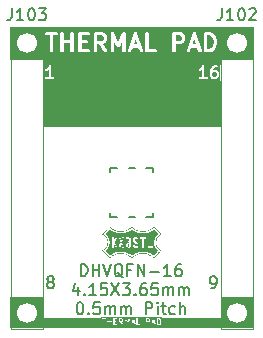
<source format=gto>
G04 #@! TF.GenerationSoftware,KiCad,Pcbnew,9.0.6*
G04 #@! TF.CreationDate,2026-01-07T12:06:18-06:00*
G04 #@! TF.ProjectId,DHVQFN-16_4.15x3.65_P0.5,44485651-464e-42d3-9136-5f342e313578,rev?*
G04 #@! TF.SameCoordinates,Original*
G04 #@! TF.FileFunction,Legend,Top*
G04 #@! TF.FilePolarity,Positive*
%FSLAX46Y46*%
G04 Gerber Fmt 4.6, Leading zero omitted, Abs format (unit mm)*
G04 Created by KiCad (PCBNEW 9.0.6) date 2026-01-07 12:06:18*
%MOMM*%
%LPD*%
G01*
G04 APERTURE LIST*
%ADD10C,0.100000*%
%ADD11C,0.200000*%
%ADD12C,0.300000*%
%ADD13C,0.150000*%
%ADD14C,0.152400*%
%ADD15C,0.000000*%
%ADD16C,0.120000*%
%ADD17R,0.280000X1.200000*%
%ADD18R,1.200000X0.280000*%
%ADD19C,0.508000*%
%ADD20R,2.050000X2.550000*%
%ADD21C,1.700000*%
%ADD22R,1.700000X1.700000*%
G04 APERTURE END LIST*
D10*
X125603000Y-101100226D02*
X140589000Y-101100226D01*
X140589000Y-101569226D01*
X125603000Y-101569226D01*
X125603000Y-101100226D01*
G36*
X125603000Y-101100226D02*
G01*
X140589000Y-101100226D01*
X140589000Y-101569226D01*
X125603000Y-101569226D01*
X125603000Y-101100226D01*
G37*
X135642968Y-123114197D02*
X141097000Y-123114197D01*
X141097000Y-123893692D01*
X135642968Y-123893692D01*
X135642968Y-123114197D01*
G36*
X135642968Y-123114197D02*
G01*
X141097000Y-123114197D01*
X141097000Y-123893692D01*
X135642968Y-123893692D01*
X135642968Y-123114197D01*
G37*
X122809000Y-121352763D02*
X125530898Y-121352763D01*
X125530898Y-123892763D01*
X122809000Y-123892763D01*
X122809000Y-121352763D01*
G36*
X122809000Y-121352763D02*
G01*
X125530898Y-121352763D01*
X125530898Y-123892763D01*
X122809000Y-123892763D01*
X122809000Y-121352763D01*
G37*
X125121358Y-123114149D02*
X130504688Y-123114149D01*
X130504688Y-123901549D01*
X125121358Y-123901549D01*
X125121358Y-123114149D01*
G36*
X125121358Y-123114149D02*
G01*
X130504688Y-123114149D01*
X130504688Y-123901549D01*
X125121358Y-123901549D01*
X125121358Y-123114149D01*
G37*
X140640913Y-121352763D02*
X143383000Y-121352763D01*
X143383000Y-123892763D01*
X140640913Y-123892763D01*
X140640913Y-121352763D01*
G36*
X140640913Y-121352763D02*
G01*
X143383000Y-121352763D01*
X143383000Y-123892763D01*
X140640913Y-123892763D01*
X140640913Y-121352763D01*
G37*
X122809000Y-98488375D02*
X125594500Y-98488375D01*
X125594500Y-101155625D01*
X122809000Y-101155625D01*
X122809000Y-98488375D01*
G36*
X122809000Y-98488375D02*
G01*
X125594500Y-98488375D01*
X125594500Y-101155625D01*
X122809000Y-101155625D01*
X122809000Y-98488375D01*
G37*
X125222000Y-98488375D02*
X140639750Y-98488375D01*
X140639750Y-98716975D01*
X125222000Y-98716975D01*
X125222000Y-98488375D01*
G36*
X125222000Y-98488375D02*
G01*
X140639750Y-98488375D01*
X140639750Y-98716975D01*
X125222000Y-98716975D01*
X125222000Y-98488375D01*
G37*
X125603000Y-103014726D02*
X140589000Y-103014726D01*
X140589000Y-106843726D01*
X125603000Y-106843726D01*
X125603000Y-103014726D01*
G36*
X125603000Y-103014726D02*
G01*
X140589000Y-103014726D01*
X140589000Y-106843726D01*
X125603000Y-106843726D01*
X125603000Y-103014726D01*
G37*
X130302000Y-123809902D02*
X135763000Y-123809902D01*
X135763000Y-123892763D01*
X130302000Y-123892763D01*
X130302000Y-123809902D01*
G36*
X130302000Y-123809902D02*
G01*
X135763000Y-123809902D01*
X135763000Y-123892763D01*
X130302000Y-123892763D01*
X130302000Y-123809902D01*
G37*
X125044250Y-100749225D02*
X141351000Y-100749225D01*
X141351000Y-101155625D01*
X125044250Y-101155625D01*
X125044250Y-100749225D01*
G36*
X125044250Y-100749225D02*
G01*
X141351000Y-100749225D01*
X141351000Y-101155625D01*
X125044250Y-101155625D01*
X125044250Y-100749225D01*
G37*
X126629000Y-101065101D02*
X138613000Y-101065101D01*
X138613000Y-105256101D01*
X126629000Y-105256101D01*
X126629000Y-101065101D01*
G36*
X126629000Y-101065101D02*
G01*
X138613000Y-101065101D01*
X138613000Y-105256101D01*
X126629000Y-105256101D01*
X126629000Y-101065101D01*
G37*
X140491750Y-98488375D02*
X143353250Y-98488375D01*
X143353250Y-101155625D01*
X140491750Y-101155625D01*
X140491750Y-98488375D01*
G36*
X140491750Y-98488375D02*
G01*
X143353250Y-98488375D01*
X143353250Y-101155625D01*
X140491750Y-101155625D01*
X140491750Y-98488375D01*
G37*
D11*
G36*
X140217430Y-102312976D02*
G01*
X140242099Y-102337644D01*
X140271904Y-102397254D01*
X140271904Y-102588135D01*
X140242099Y-102647743D01*
X140217430Y-102672413D01*
X140157821Y-102702219D01*
X140014559Y-102702219D01*
X139954949Y-102672414D01*
X139930282Y-102647746D01*
X139900476Y-102588134D01*
X139900476Y-102397254D01*
X139930281Y-102337644D01*
X139954949Y-102312975D01*
X140014559Y-102283171D01*
X140157821Y-102283171D01*
X140217430Y-102312976D01*
G37*
G36*
X140583015Y-103013330D02*
G01*
X138637769Y-103013330D01*
X138637769Y-102075426D01*
X138748880Y-102075426D01*
X138751646Y-102114346D01*
X138769095Y-102149245D01*
X138798572Y-102174809D01*
X138835588Y-102187148D01*
X138874508Y-102184382D01*
X138892816Y-102177376D01*
X138988054Y-102129757D01*
X138996450Y-102124471D01*
X138998890Y-102123461D01*
X139001636Y-102121207D01*
X139004644Y-102119314D01*
X139006373Y-102117319D01*
X139014044Y-102111025D01*
X139033809Y-102091260D01*
X139033809Y-102702219D01*
X138848095Y-102702219D01*
X138828586Y-102704140D01*
X138792538Y-102719072D01*
X138764948Y-102746662D01*
X138750016Y-102782710D01*
X138750016Y-102821728D01*
X138764948Y-102857776D01*
X138792538Y-102885366D01*
X138828586Y-102900298D01*
X138848095Y-102902219D01*
X139419523Y-102902219D01*
X139439032Y-102900298D01*
X139475080Y-102885366D01*
X139502670Y-102857776D01*
X139517602Y-102821728D01*
X139517602Y-102782710D01*
X139502670Y-102746662D01*
X139475080Y-102719072D01*
X139439032Y-102704140D01*
X139419523Y-102702219D01*
X139233809Y-102702219D01*
X139233809Y-102230790D01*
X139700476Y-102230790D01*
X139700476Y-102611742D01*
X139702397Y-102631251D01*
X139703772Y-102634571D01*
X139704027Y-102638155D01*
X139711033Y-102656463D01*
X139758652Y-102751701D01*
X139763935Y-102760093D01*
X139764947Y-102762537D01*
X139767203Y-102765286D01*
X139769095Y-102768291D01*
X139771089Y-102770020D01*
X139777384Y-102777690D01*
X139825002Y-102825310D01*
X139832670Y-102831603D01*
X139834402Y-102833600D01*
X139837410Y-102835493D01*
X139840156Y-102837747D01*
X139842596Y-102838757D01*
X139850993Y-102844043D01*
X139946230Y-102891662D01*
X139964539Y-102898668D01*
X139968122Y-102898922D01*
X139971443Y-102900298D01*
X139990952Y-102902219D01*
X140181428Y-102902219D01*
X140200937Y-102900298D01*
X140204257Y-102898922D01*
X140207841Y-102898668D01*
X140226149Y-102891662D01*
X140321387Y-102844043D01*
X140329782Y-102838758D01*
X140332224Y-102837747D01*
X140334971Y-102835491D01*
X140337977Y-102833600D01*
X140339707Y-102831605D01*
X140347377Y-102825310D01*
X140394996Y-102777690D01*
X140401288Y-102770023D01*
X140403285Y-102768292D01*
X140405178Y-102765284D01*
X140407433Y-102762537D01*
X140408444Y-102760095D01*
X140413728Y-102751701D01*
X140461347Y-102656464D01*
X140468353Y-102638155D01*
X140468607Y-102634571D01*
X140469983Y-102631251D01*
X140471904Y-102611742D01*
X140471904Y-102373647D01*
X140469983Y-102354138D01*
X140468607Y-102350817D01*
X140468353Y-102347234D01*
X140461347Y-102328925D01*
X140413728Y-102233688D01*
X140408442Y-102225291D01*
X140407432Y-102222851D01*
X140405178Y-102220105D01*
X140403285Y-102217097D01*
X140401287Y-102215364D01*
X140394995Y-102207698D01*
X140347377Y-102160079D01*
X140339706Y-102153784D01*
X140337977Y-102151790D01*
X140334969Y-102149896D01*
X140332223Y-102147643D01*
X140329783Y-102146632D01*
X140321387Y-102141347D01*
X140226149Y-102093728D01*
X140207841Y-102086722D01*
X140204257Y-102086467D01*
X140200937Y-102085092D01*
X140181428Y-102083171D01*
X139990952Y-102083171D01*
X139971443Y-102085092D01*
X139968122Y-102086467D01*
X139964539Y-102086722D01*
X139946230Y-102093728D01*
X139936617Y-102098534D01*
X139940908Y-102081372D01*
X140021044Y-101961167D01*
X140050187Y-101932023D01*
X140109797Y-101902219D01*
X140276666Y-101902219D01*
X140296175Y-101900298D01*
X140332223Y-101885366D01*
X140359813Y-101857776D01*
X140374745Y-101821728D01*
X140374745Y-101782710D01*
X140359813Y-101746662D01*
X140332223Y-101719072D01*
X140296175Y-101704140D01*
X140276666Y-101702219D01*
X140086190Y-101702219D01*
X140066681Y-101704140D01*
X140063360Y-101705515D01*
X140059777Y-101705770D01*
X140041468Y-101712776D01*
X139946231Y-101760395D01*
X139937834Y-101765680D01*
X139935394Y-101766691D01*
X139932648Y-101768944D01*
X139929640Y-101770838D01*
X139927907Y-101772835D01*
X139920241Y-101779128D01*
X139872622Y-101826746D01*
X139872577Y-101826800D01*
X139872548Y-101826820D01*
X139866366Y-101834368D01*
X139860186Y-101841900D01*
X139860172Y-101841932D01*
X139860128Y-101841987D01*
X139764890Y-101984844D01*
X139759147Y-101995613D01*
X139757676Y-101997600D01*
X139756838Y-101999945D01*
X139755667Y-102002142D01*
X139755187Y-102004565D01*
X139751081Y-102016061D01*
X139703462Y-102206536D01*
X139702961Y-102209917D01*
X139702397Y-102211281D01*
X139701673Y-102218631D01*
X139700594Y-102225929D01*
X139700811Y-102227387D01*
X139700476Y-102230790D01*
X139233809Y-102230790D01*
X139233809Y-101802219D01*
X139233802Y-101802148D01*
X139233809Y-101802114D01*
X139233788Y-101802012D01*
X139231888Y-101782710D01*
X139228098Y-101773561D01*
X139226157Y-101763854D01*
X139220705Y-101755713D01*
X139216956Y-101746662D01*
X139209956Y-101739662D01*
X139204446Y-101731434D01*
X139196291Y-101725997D01*
X139189366Y-101719072D01*
X139180222Y-101715284D01*
X139171981Y-101709790D01*
X139162367Y-101707888D01*
X139153318Y-101704140D01*
X139143417Y-101704140D01*
X139133705Y-101702219D01*
X139124100Y-101704140D01*
X139114300Y-101704140D01*
X139105151Y-101707929D01*
X139095444Y-101709871D01*
X139087303Y-101715322D01*
X139078252Y-101719072D01*
X139071252Y-101726071D01*
X139063024Y-101731582D01*
X139050735Y-101746588D01*
X139050662Y-101746662D01*
X139050648Y-101746694D01*
X139050604Y-101746749D01*
X138960860Y-101881365D01*
X138884096Y-101958128D01*
X138803374Y-101998490D01*
X138786783Y-102008933D01*
X138761219Y-102038410D01*
X138748880Y-102075426D01*
X138637769Y-102075426D01*
X138637769Y-101591108D01*
X140583015Y-101591108D01*
X140583015Y-103013330D01*
G37*
D12*
G36*
X139816162Y-99227348D02*
G01*
X139912007Y-99323193D01*
X139962805Y-99424790D01*
X140023381Y-99667090D01*
X140023381Y-99837304D01*
X139962805Y-100079604D01*
X139912007Y-100181200D01*
X139816163Y-100277044D01*
X139665705Y-100327197D01*
X139494810Y-100327197D01*
X139494810Y-99177197D01*
X139665708Y-99177197D01*
X139816162Y-99227348D01*
G37*
G36*
X130625003Y-99219523D02*
G01*
X130659626Y-99254146D01*
X130701952Y-99338798D01*
X130701952Y-99475120D01*
X130659626Y-99559772D01*
X130625003Y-99594394D01*
X130540352Y-99636721D01*
X130173381Y-99636721D01*
X130173381Y-99177197D01*
X130540352Y-99177197D01*
X130625003Y-99219523D01*
G37*
G36*
X133543837Y-99912911D02*
G01*
X133269590Y-99912911D01*
X133406713Y-99501539D01*
X133543837Y-99912911D01*
G37*
G36*
X138515266Y-99912911D02*
G01*
X138241019Y-99912911D01*
X138378142Y-99501539D01*
X138515266Y-99912911D01*
G37*
G36*
X137253575Y-99219523D02*
G01*
X137288198Y-99254146D01*
X137330524Y-99338798D01*
X137330524Y-99475120D01*
X137288198Y-99559772D01*
X137253575Y-99594394D01*
X137168924Y-99636721D01*
X136801953Y-99636721D01*
X136801953Y-99177197D01*
X137168924Y-99177197D01*
X137253575Y-99219523D01*
G37*
G36*
X140484492Y-100788308D02*
G01*
X125572294Y-100788308D01*
X125572294Y-98997933D01*
X125733405Y-98997933D01*
X125733405Y-99056461D01*
X125755803Y-99110533D01*
X125797187Y-99151917D01*
X125851259Y-99174315D01*
X125880523Y-99177197D01*
X126144808Y-99177197D01*
X126144808Y-100477197D01*
X126147690Y-100506461D01*
X126170088Y-100560533D01*
X126211472Y-100601917D01*
X126265544Y-100624315D01*
X126324072Y-100624315D01*
X126378144Y-100601917D01*
X126419528Y-100560533D01*
X126441926Y-100506461D01*
X126444808Y-100477197D01*
X126444808Y-99177197D01*
X126709094Y-99177197D01*
X126738358Y-99174315D01*
X126792430Y-99151917D01*
X126833814Y-99110533D01*
X126856212Y-99056461D01*
X126856212Y-99027197D01*
X127042428Y-99027197D01*
X127042428Y-100477197D01*
X127045310Y-100506461D01*
X127067708Y-100560533D01*
X127109092Y-100601917D01*
X127163164Y-100624315D01*
X127221692Y-100624315D01*
X127275764Y-100601917D01*
X127317148Y-100560533D01*
X127339546Y-100506461D01*
X127342428Y-100477197D01*
X127342428Y-99867673D01*
X127870999Y-99867673D01*
X127870999Y-100477197D01*
X127873881Y-100506461D01*
X127896279Y-100560533D01*
X127937663Y-100601917D01*
X127991735Y-100624315D01*
X128050263Y-100624315D01*
X128104335Y-100601917D01*
X128145719Y-100560533D01*
X128168117Y-100506461D01*
X128170999Y-100477197D01*
X128170999Y-99027197D01*
X128561476Y-99027197D01*
X128561476Y-100477197D01*
X128564358Y-100506461D01*
X128586756Y-100560533D01*
X128628140Y-100601917D01*
X128682212Y-100624315D01*
X128711476Y-100627197D01*
X129401952Y-100627197D01*
X129431216Y-100624315D01*
X129485288Y-100601917D01*
X129526672Y-100560533D01*
X129549070Y-100506461D01*
X129549070Y-100447933D01*
X129526672Y-100393861D01*
X129485288Y-100352477D01*
X129431216Y-100330079D01*
X129401952Y-100327197D01*
X128861476Y-100327197D01*
X128861476Y-99867673D01*
X129194809Y-99867673D01*
X129224073Y-99864791D01*
X129278145Y-99842393D01*
X129319529Y-99801009D01*
X129341927Y-99746937D01*
X129341927Y-99688409D01*
X129319529Y-99634337D01*
X129278145Y-99592953D01*
X129224073Y-99570555D01*
X129194809Y-99567673D01*
X128861476Y-99567673D01*
X128861476Y-99177197D01*
X129401952Y-99177197D01*
X129431216Y-99174315D01*
X129485288Y-99151917D01*
X129526672Y-99110533D01*
X129549070Y-99056461D01*
X129549070Y-99027197D01*
X129873381Y-99027197D01*
X129873381Y-100477197D01*
X129876263Y-100506461D01*
X129898661Y-100560533D01*
X129940045Y-100601917D01*
X129994117Y-100624315D01*
X130052645Y-100624315D01*
X130106717Y-100601917D01*
X130148101Y-100560533D01*
X130170499Y-100506461D01*
X130173381Y-100477197D01*
X130173381Y-99936721D01*
X130290521Y-99936721D01*
X130729067Y-100563216D01*
X130748210Y-100585537D01*
X130797567Y-100616991D01*
X130855203Y-100627161D01*
X130912344Y-100614502D01*
X130960292Y-100580939D01*
X130991746Y-100531581D01*
X131001917Y-100473946D01*
X130989257Y-100416804D01*
X130974837Y-100391177D01*
X130644909Y-99919852D01*
X130780939Y-99851837D01*
X130793532Y-99843909D01*
X130797192Y-99842394D01*
X130801311Y-99839012D01*
X130805825Y-99836172D01*
X130808421Y-99833177D01*
X130819923Y-99823739D01*
X130888970Y-99754692D01*
X130898410Y-99743189D01*
X130901403Y-99740594D01*
X130904241Y-99736084D01*
X130907625Y-99731962D01*
X130909141Y-99728299D01*
X130917068Y-99715708D01*
X130986116Y-99577612D01*
X130996626Y-99550149D01*
X130997008Y-99544771D01*
X130999070Y-99539794D01*
X131001952Y-99510530D01*
X131001952Y-99303388D01*
X130999070Y-99274124D01*
X130997008Y-99269146D01*
X130996626Y-99263769D01*
X130986116Y-99236306D01*
X130917068Y-99098210D01*
X130909141Y-99085618D01*
X130907625Y-99081956D01*
X130904241Y-99077833D01*
X130901403Y-99073324D01*
X130898410Y-99070728D01*
X130888970Y-99059226D01*
X130856941Y-99027197D01*
X131323381Y-99027197D01*
X131323381Y-100477197D01*
X131326263Y-100506461D01*
X131348661Y-100560533D01*
X131390045Y-100601917D01*
X131444117Y-100624315D01*
X131502645Y-100624315D01*
X131556717Y-100601917D01*
X131598101Y-100560533D01*
X131620499Y-100506461D01*
X131623381Y-100477197D01*
X131623381Y-99703332D01*
X131820786Y-100126344D01*
X131827135Y-100137062D01*
X131828454Y-100140689D01*
X131830803Y-100143254D01*
X131835773Y-100151644D01*
X131852585Y-100167039D01*
X131867981Y-100183852D01*
X131874022Y-100186671D01*
X131878936Y-100191171D01*
X131900359Y-100198961D01*
X131921019Y-100208602D01*
X131927676Y-100208894D01*
X131933939Y-100211172D01*
X131956714Y-100210170D01*
X131979489Y-100211172D01*
X131985751Y-100208894D01*
X131992409Y-100208602D01*
X132013064Y-100198962D01*
X132034492Y-100191171D01*
X132039407Y-100186669D01*
X132045447Y-100183851D01*
X132060839Y-100167043D01*
X132077655Y-100151644D01*
X132082624Y-100143255D01*
X132084974Y-100140689D01*
X132086293Y-100137059D01*
X132092641Y-100126344D01*
X132290047Y-99703330D01*
X132290047Y-100477197D01*
X132292929Y-100506461D01*
X132315327Y-100560533D01*
X132356711Y-100601917D01*
X132410783Y-100624315D01*
X132469311Y-100624315D01*
X132523383Y-100601917D01*
X132564767Y-100560533D01*
X132587165Y-100506461D01*
X132590047Y-100477197D01*
X132590047Y-100458437D01*
X132774559Y-100458437D01*
X132778708Y-100516817D01*
X132804882Y-100569164D01*
X132849096Y-100607511D01*
X132904621Y-100626019D01*
X132963001Y-100621870D01*
X133015348Y-100595696D01*
X133053695Y-100551482D01*
X133065684Y-100524631D01*
X133169590Y-100212911D01*
X133643837Y-100212911D01*
X133747744Y-100524631D01*
X133759733Y-100551482D01*
X133798080Y-100595696D01*
X133850427Y-100621870D01*
X133908807Y-100626019D01*
X133964332Y-100607511D01*
X134008546Y-100569164D01*
X134034720Y-100516816D01*
X134038869Y-100458436D01*
X134032349Y-100429763D01*
X133564828Y-99027197D01*
X134223381Y-99027197D01*
X134223381Y-100477197D01*
X134226263Y-100506461D01*
X134248661Y-100560533D01*
X134290045Y-100601917D01*
X134344117Y-100624315D01*
X134373381Y-100627197D01*
X135063857Y-100627197D01*
X135093121Y-100624315D01*
X135147193Y-100601917D01*
X135188577Y-100560533D01*
X135210975Y-100506461D01*
X135210975Y-100447933D01*
X135188577Y-100393861D01*
X135147193Y-100352477D01*
X135093121Y-100330079D01*
X135063857Y-100327197D01*
X134523381Y-100327197D01*
X134523381Y-99027197D01*
X136501953Y-99027197D01*
X136501953Y-100477197D01*
X136504835Y-100506461D01*
X136527233Y-100560533D01*
X136568617Y-100601917D01*
X136622689Y-100624315D01*
X136681217Y-100624315D01*
X136735289Y-100601917D01*
X136776673Y-100560533D01*
X136799071Y-100506461D01*
X136801953Y-100477197D01*
X136801953Y-100458437D01*
X137745988Y-100458437D01*
X137750137Y-100516817D01*
X137776311Y-100569164D01*
X137820525Y-100607511D01*
X137876050Y-100626019D01*
X137934430Y-100621870D01*
X137986777Y-100595696D01*
X138025124Y-100551482D01*
X138037113Y-100524631D01*
X138141019Y-100212911D01*
X138615266Y-100212911D01*
X138719173Y-100524631D01*
X138731162Y-100551482D01*
X138769509Y-100595696D01*
X138821856Y-100621870D01*
X138880236Y-100626019D01*
X138935761Y-100607511D01*
X138979975Y-100569164D01*
X139006149Y-100516816D01*
X139010298Y-100458436D01*
X139003778Y-100429763D01*
X138536257Y-99027197D01*
X139194810Y-99027197D01*
X139194810Y-100477197D01*
X139197692Y-100506461D01*
X139220090Y-100560533D01*
X139261474Y-100601917D01*
X139315546Y-100624315D01*
X139344810Y-100627197D01*
X139690048Y-100627197D01*
X139704853Y-100625738D01*
X139708808Y-100626020D01*
X139714009Y-100624837D01*
X139719312Y-100624315D01*
X139722969Y-100622799D01*
X139737482Y-100619500D01*
X139944625Y-100550453D01*
X139971476Y-100538464D01*
X139975545Y-100534934D01*
X139980527Y-100532871D01*
X140003257Y-100514216D01*
X140141353Y-100376119D01*
X140150795Y-100364613D01*
X140153785Y-100362021D01*
X140156620Y-100357516D01*
X140160008Y-100353389D01*
X140161526Y-100349723D01*
X140169450Y-100337136D01*
X140238497Y-100199040D01*
X140239314Y-100196903D01*
X140239961Y-100196031D01*
X140244350Y-100183744D01*
X140249007Y-100171577D01*
X140249083Y-100170495D01*
X140249854Y-100168340D01*
X140318902Y-99892150D01*
X140319652Y-99887077D01*
X140320499Y-99885033D01*
X140321584Y-99874013D01*
X140323204Y-99863061D01*
X140322878Y-99860872D01*
X140323381Y-99855769D01*
X140323381Y-99648626D01*
X140322878Y-99643522D01*
X140323204Y-99641335D01*
X140321584Y-99630383D01*
X140320499Y-99619362D01*
X140319652Y-99617317D01*
X140318902Y-99612245D01*
X140249854Y-99336055D01*
X140249083Y-99333899D01*
X140249007Y-99332817D01*
X140244347Y-99320642D01*
X140239961Y-99308363D01*
X140239314Y-99307490D01*
X140238497Y-99305354D01*
X140169450Y-99167258D01*
X140161523Y-99154666D01*
X140160007Y-99151005D01*
X140156623Y-99146882D01*
X140153785Y-99142373D01*
X140150793Y-99139778D01*
X140141352Y-99128274D01*
X140003257Y-98990179D01*
X139980526Y-98971524D01*
X139975546Y-98969461D01*
X139971476Y-98965931D01*
X139944625Y-98953943D01*
X139737482Y-98884895D01*
X139722974Y-98881596D01*
X139719312Y-98880079D01*
X139714003Y-98879556D01*
X139708809Y-98878375D01*
X139704859Y-98878655D01*
X139690048Y-98877197D01*
X139344810Y-98877197D01*
X139315546Y-98880079D01*
X139261474Y-98902477D01*
X139220090Y-98943861D01*
X139197692Y-98997933D01*
X139194810Y-99027197D01*
X138536257Y-99027197D01*
X138520446Y-98979763D01*
X138508457Y-98952912D01*
X138501434Y-98944815D01*
X138496642Y-98935230D01*
X138482433Y-98922906D01*
X138470110Y-98908698D01*
X138460524Y-98903905D01*
X138452428Y-98896883D01*
X138434586Y-98890935D01*
X138417763Y-98882524D01*
X138407070Y-98881764D01*
X138396903Y-98878375D01*
X138378143Y-98879708D01*
X138359383Y-98878375D01*
X138349215Y-98881764D01*
X138338523Y-98882524D01*
X138321699Y-98890935D01*
X138303858Y-98896883D01*
X138295761Y-98903905D01*
X138286176Y-98908698D01*
X138273852Y-98922906D01*
X138259644Y-98935230D01*
X138254851Y-98944815D01*
X138247829Y-98952912D01*
X138235840Y-98979763D01*
X137752507Y-100429763D01*
X137745988Y-100458437D01*
X136801953Y-100458437D01*
X136801953Y-99936721D01*
X137204334Y-99936721D01*
X137233598Y-99933839D01*
X137238578Y-99931775D01*
X137243953Y-99931394D01*
X137271416Y-99920885D01*
X137409511Y-99851837D01*
X137422104Y-99843909D01*
X137425764Y-99842394D01*
X137429883Y-99839012D01*
X137434397Y-99836172D01*
X137436993Y-99833177D01*
X137448495Y-99823739D01*
X137517542Y-99754692D01*
X137526982Y-99743189D01*
X137529975Y-99740594D01*
X137532813Y-99736084D01*
X137536197Y-99731962D01*
X137537713Y-99728299D01*
X137545640Y-99715708D01*
X137614688Y-99577612D01*
X137625198Y-99550149D01*
X137625580Y-99544771D01*
X137627642Y-99539794D01*
X137630524Y-99510530D01*
X137630524Y-99303388D01*
X137627642Y-99274124D01*
X137625580Y-99269146D01*
X137625198Y-99263769D01*
X137614688Y-99236306D01*
X137545640Y-99098210D01*
X137537713Y-99085618D01*
X137536197Y-99081956D01*
X137532813Y-99077833D01*
X137529975Y-99073324D01*
X137526982Y-99070728D01*
X137517542Y-99059226D01*
X137448495Y-98990179D01*
X137436993Y-98980740D01*
X137434397Y-98977746D01*
X137429883Y-98974905D01*
X137425764Y-98971524D01*
X137422104Y-98970008D01*
X137409511Y-98962081D01*
X137271416Y-98893033D01*
X137243953Y-98882524D01*
X137238578Y-98882142D01*
X137233598Y-98880079D01*
X137204334Y-98877197D01*
X136651953Y-98877197D01*
X136622689Y-98880079D01*
X136568617Y-98902477D01*
X136527233Y-98943861D01*
X136504835Y-98997933D01*
X136501953Y-99027197D01*
X134523381Y-99027197D01*
X134520499Y-98997933D01*
X134498101Y-98943861D01*
X134456717Y-98902477D01*
X134402645Y-98880079D01*
X134344117Y-98880079D01*
X134290045Y-98902477D01*
X134248661Y-98943861D01*
X134226263Y-98997933D01*
X134223381Y-99027197D01*
X133564828Y-99027197D01*
X133549017Y-98979763D01*
X133537028Y-98952912D01*
X133530005Y-98944815D01*
X133525213Y-98935230D01*
X133511004Y-98922906D01*
X133498681Y-98908698D01*
X133489095Y-98903905D01*
X133480999Y-98896883D01*
X133463157Y-98890935D01*
X133446334Y-98882524D01*
X133435641Y-98881764D01*
X133425474Y-98878375D01*
X133406714Y-98879708D01*
X133387954Y-98878375D01*
X133377786Y-98881764D01*
X133367094Y-98882524D01*
X133350270Y-98890935D01*
X133332429Y-98896883D01*
X133324332Y-98903905D01*
X133314747Y-98908698D01*
X133302423Y-98922906D01*
X133288215Y-98935230D01*
X133283422Y-98944815D01*
X133276400Y-98952912D01*
X133264411Y-98979763D01*
X132781078Y-100429763D01*
X132774559Y-100458437D01*
X132590047Y-100458437D01*
X132590047Y-99027197D01*
X132588152Y-99007960D01*
X132588308Y-99004422D01*
X132587616Y-99002521D01*
X132587165Y-98997933D01*
X132577203Y-98973884D01*
X132568307Y-98949419D01*
X132566047Y-98946951D01*
X132564767Y-98943861D01*
X132546363Y-98925457D01*
X132528780Y-98906257D01*
X132525748Y-98904842D01*
X132523383Y-98902477D01*
X132499328Y-98892513D01*
X132475742Y-98881506D01*
X132472401Y-98881359D01*
X132469311Y-98880079D01*
X132443276Y-98880079D01*
X132417272Y-98878936D01*
X132414129Y-98880079D01*
X132410783Y-98880079D01*
X132386734Y-98890040D01*
X132362269Y-98898937D01*
X132359801Y-98901196D01*
X132356711Y-98902477D01*
X132338313Y-98920874D01*
X132319106Y-98938464D01*
X132316754Y-98942433D01*
X132315327Y-98943861D01*
X132313973Y-98947127D01*
X132304119Y-98963764D01*
X131956713Y-99708205D01*
X131609308Y-98963764D01*
X131599454Y-98947129D01*
X131598101Y-98943861D01*
X131596672Y-98942432D01*
X131594322Y-98938464D01*
X131575114Y-98920874D01*
X131556717Y-98902477D01*
X131553626Y-98901196D01*
X131551159Y-98898937D01*
X131526693Y-98890040D01*
X131502645Y-98880079D01*
X131499299Y-98880079D01*
X131496156Y-98878936D01*
X131470152Y-98880079D01*
X131444117Y-98880079D01*
X131441026Y-98881359D01*
X131437686Y-98881506D01*
X131414090Y-98892516D01*
X131390045Y-98902477D01*
X131387681Y-98904840D01*
X131384648Y-98906256D01*
X131367058Y-98925463D01*
X131348661Y-98943861D01*
X131347380Y-98946951D01*
X131345121Y-98949419D01*
X131336224Y-98973884D01*
X131326263Y-98997933D01*
X131325811Y-99002521D01*
X131325120Y-99004422D01*
X131325275Y-99007960D01*
X131323381Y-99027197D01*
X130856941Y-99027197D01*
X130819923Y-98990179D01*
X130808421Y-98980740D01*
X130805825Y-98977746D01*
X130801311Y-98974905D01*
X130797192Y-98971524D01*
X130793532Y-98970008D01*
X130780939Y-98962081D01*
X130642844Y-98893033D01*
X130615381Y-98882524D01*
X130610006Y-98882142D01*
X130605026Y-98880079D01*
X130575762Y-98877197D01*
X130023381Y-98877197D01*
X129994117Y-98880079D01*
X129940045Y-98902477D01*
X129898661Y-98943861D01*
X129876263Y-98997933D01*
X129873381Y-99027197D01*
X129549070Y-99027197D01*
X129549070Y-98997933D01*
X129526672Y-98943861D01*
X129485288Y-98902477D01*
X129431216Y-98880079D01*
X129401952Y-98877197D01*
X128711476Y-98877197D01*
X128682212Y-98880079D01*
X128628140Y-98902477D01*
X128586756Y-98943861D01*
X128564358Y-98997933D01*
X128561476Y-99027197D01*
X128170999Y-99027197D01*
X128168117Y-98997933D01*
X128145719Y-98943861D01*
X128104335Y-98902477D01*
X128050263Y-98880079D01*
X127991735Y-98880079D01*
X127937663Y-98902477D01*
X127896279Y-98943861D01*
X127873881Y-98997933D01*
X127870999Y-99027197D01*
X127870999Y-99567673D01*
X127342428Y-99567673D01*
X127342428Y-99027197D01*
X127339546Y-98997933D01*
X127317148Y-98943861D01*
X127275764Y-98902477D01*
X127221692Y-98880079D01*
X127163164Y-98880079D01*
X127109092Y-98902477D01*
X127067708Y-98943861D01*
X127045310Y-98997933D01*
X127042428Y-99027197D01*
X126856212Y-99027197D01*
X126856212Y-98997933D01*
X126833814Y-98943861D01*
X126792430Y-98902477D01*
X126738358Y-98880079D01*
X126709094Y-98877197D01*
X125880523Y-98877197D01*
X125851259Y-98880079D01*
X125797187Y-98902477D01*
X125755803Y-98943861D01*
X125733405Y-98997933D01*
X125572294Y-98997933D01*
X125572294Y-98716086D01*
X140484492Y-98716086D01*
X140484492Y-100788308D01*
G37*
D11*
G36*
X126634904Y-103013330D02*
G01*
X125643960Y-103013330D01*
X125643960Y-102075426D01*
X125755071Y-102075426D01*
X125757837Y-102114346D01*
X125775286Y-102149245D01*
X125804763Y-102174809D01*
X125841779Y-102187148D01*
X125880699Y-102184382D01*
X125899007Y-102177376D01*
X125994245Y-102129757D01*
X126002641Y-102124471D01*
X126005081Y-102123461D01*
X126007827Y-102121207D01*
X126010835Y-102119314D01*
X126012564Y-102117319D01*
X126020235Y-102111025D01*
X126040000Y-102091260D01*
X126040000Y-102702219D01*
X125854286Y-102702219D01*
X125834777Y-102704140D01*
X125798729Y-102719072D01*
X125771139Y-102746662D01*
X125756207Y-102782710D01*
X125756207Y-102821728D01*
X125771139Y-102857776D01*
X125798729Y-102885366D01*
X125834777Y-102900298D01*
X125854286Y-102902219D01*
X126425714Y-102902219D01*
X126445223Y-102900298D01*
X126481271Y-102885366D01*
X126508861Y-102857776D01*
X126523793Y-102821728D01*
X126523793Y-102782710D01*
X126508861Y-102746662D01*
X126481271Y-102719072D01*
X126445223Y-102704140D01*
X126425714Y-102702219D01*
X126240000Y-102702219D01*
X126240000Y-101802219D01*
X126239993Y-101802148D01*
X126240000Y-101802114D01*
X126239979Y-101802012D01*
X126238079Y-101782710D01*
X126234289Y-101773561D01*
X126232348Y-101763854D01*
X126226896Y-101755713D01*
X126223147Y-101746662D01*
X126216147Y-101739662D01*
X126210637Y-101731434D01*
X126202482Y-101725997D01*
X126195557Y-101719072D01*
X126186413Y-101715284D01*
X126178172Y-101709790D01*
X126168558Y-101707888D01*
X126159509Y-101704140D01*
X126149608Y-101704140D01*
X126139896Y-101702219D01*
X126130291Y-101704140D01*
X126120491Y-101704140D01*
X126111342Y-101707929D01*
X126101635Y-101709871D01*
X126093494Y-101715322D01*
X126084443Y-101719072D01*
X126077443Y-101726071D01*
X126069215Y-101731582D01*
X126056926Y-101746588D01*
X126056853Y-101746662D01*
X126056839Y-101746694D01*
X126056795Y-101746749D01*
X125967051Y-101881365D01*
X125890287Y-101958128D01*
X125809565Y-101998490D01*
X125792974Y-102008933D01*
X125767410Y-102038410D01*
X125755071Y-102075426D01*
X125643960Y-102075426D01*
X125643960Y-101591108D01*
X126634904Y-101591108D01*
X126634904Y-103013330D01*
G37*
X128770595Y-119562838D02*
X128770595Y-118562838D01*
X128770595Y-118562838D02*
X129008690Y-118562838D01*
X129008690Y-118562838D02*
X129151547Y-118610457D01*
X129151547Y-118610457D02*
X129246785Y-118705695D01*
X129246785Y-118705695D02*
X129294404Y-118800933D01*
X129294404Y-118800933D02*
X129342023Y-118991409D01*
X129342023Y-118991409D02*
X129342023Y-119134266D01*
X129342023Y-119134266D02*
X129294404Y-119324742D01*
X129294404Y-119324742D02*
X129246785Y-119419980D01*
X129246785Y-119419980D02*
X129151547Y-119515219D01*
X129151547Y-119515219D02*
X129008690Y-119562838D01*
X129008690Y-119562838D02*
X128770595Y-119562838D01*
X129770595Y-119562838D02*
X129770595Y-118562838D01*
X129770595Y-119039028D02*
X130342023Y-119039028D01*
X130342023Y-119562838D02*
X130342023Y-118562838D01*
X130675357Y-118562838D02*
X131008690Y-119562838D01*
X131008690Y-119562838D02*
X131342023Y-118562838D01*
X132342023Y-119658076D02*
X132246785Y-119610457D01*
X132246785Y-119610457D02*
X132151547Y-119515219D01*
X132151547Y-119515219D02*
X132008690Y-119372361D01*
X132008690Y-119372361D02*
X131913452Y-119324742D01*
X131913452Y-119324742D02*
X131818214Y-119324742D01*
X131865833Y-119562838D02*
X131770595Y-119515219D01*
X131770595Y-119515219D02*
X131675357Y-119419980D01*
X131675357Y-119419980D02*
X131627738Y-119229504D01*
X131627738Y-119229504D02*
X131627738Y-118896171D01*
X131627738Y-118896171D02*
X131675357Y-118705695D01*
X131675357Y-118705695D02*
X131770595Y-118610457D01*
X131770595Y-118610457D02*
X131865833Y-118562838D01*
X131865833Y-118562838D02*
X132056309Y-118562838D01*
X132056309Y-118562838D02*
X132151547Y-118610457D01*
X132151547Y-118610457D02*
X132246785Y-118705695D01*
X132246785Y-118705695D02*
X132294404Y-118896171D01*
X132294404Y-118896171D02*
X132294404Y-119229504D01*
X132294404Y-119229504D02*
X132246785Y-119419980D01*
X132246785Y-119419980D02*
X132151547Y-119515219D01*
X132151547Y-119515219D02*
X132056309Y-119562838D01*
X132056309Y-119562838D02*
X131865833Y-119562838D01*
X133056309Y-119039028D02*
X132722976Y-119039028D01*
X132722976Y-119562838D02*
X132722976Y-118562838D01*
X132722976Y-118562838D02*
X133199166Y-118562838D01*
X133580119Y-119562838D02*
X133580119Y-118562838D01*
X133580119Y-118562838D02*
X134151547Y-119562838D01*
X134151547Y-119562838D02*
X134151547Y-118562838D01*
X134627738Y-119181885D02*
X135389643Y-119181885D01*
X136389642Y-119562838D02*
X135818214Y-119562838D01*
X136103928Y-119562838D02*
X136103928Y-118562838D01*
X136103928Y-118562838D02*
X136008690Y-118705695D01*
X136008690Y-118705695D02*
X135913452Y-118800933D01*
X135913452Y-118800933D02*
X135818214Y-118848552D01*
X137246785Y-118562838D02*
X137056309Y-118562838D01*
X137056309Y-118562838D02*
X136961071Y-118610457D01*
X136961071Y-118610457D02*
X136913452Y-118658076D01*
X136913452Y-118658076D02*
X136818214Y-118800933D01*
X136818214Y-118800933D02*
X136770595Y-118991409D01*
X136770595Y-118991409D02*
X136770595Y-119372361D01*
X136770595Y-119372361D02*
X136818214Y-119467599D01*
X136818214Y-119467599D02*
X136865833Y-119515219D01*
X136865833Y-119515219D02*
X136961071Y-119562838D01*
X136961071Y-119562838D02*
X137151547Y-119562838D01*
X137151547Y-119562838D02*
X137246785Y-119515219D01*
X137246785Y-119515219D02*
X137294404Y-119467599D01*
X137294404Y-119467599D02*
X137342023Y-119372361D01*
X137342023Y-119372361D02*
X137342023Y-119134266D01*
X137342023Y-119134266D02*
X137294404Y-119039028D01*
X137294404Y-119039028D02*
X137246785Y-118991409D01*
X137246785Y-118991409D02*
X137151547Y-118943790D01*
X137151547Y-118943790D02*
X136961071Y-118943790D01*
X136961071Y-118943790D02*
X136865833Y-118991409D01*
X136865833Y-118991409D02*
X136818214Y-119039028D01*
X136818214Y-119039028D02*
X136770595Y-119134266D01*
X128556310Y-120506115D02*
X128556310Y-121172782D01*
X128318215Y-120125163D02*
X128080120Y-120839448D01*
X128080120Y-120839448D02*
X128699167Y-120839448D01*
X129080120Y-121077543D02*
X129127739Y-121125163D01*
X129127739Y-121125163D02*
X129080120Y-121172782D01*
X129080120Y-121172782D02*
X129032501Y-121125163D01*
X129032501Y-121125163D02*
X129080120Y-121077543D01*
X129080120Y-121077543D02*
X129080120Y-121172782D01*
X130080119Y-121172782D02*
X129508691Y-121172782D01*
X129794405Y-121172782D02*
X129794405Y-120172782D01*
X129794405Y-120172782D02*
X129699167Y-120315639D01*
X129699167Y-120315639D02*
X129603929Y-120410877D01*
X129603929Y-120410877D02*
X129508691Y-120458496D01*
X130984881Y-120172782D02*
X130508691Y-120172782D01*
X130508691Y-120172782D02*
X130461072Y-120648972D01*
X130461072Y-120648972D02*
X130508691Y-120601353D01*
X130508691Y-120601353D02*
X130603929Y-120553734D01*
X130603929Y-120553734D02*
X130842024Y-120553734D01*
X130842024Y-120553734D02*
X130937262Y-120601353D01*
X130937262Y-120601353D02*
X130984881Y-120648972D01*
X130984881Y-120648972D02*
X131032500Y-120744210D01*
X131032500Y-120744210D02*
X131032500Y-120982305D01*
X131032500Y-120982305D02*
X130984881Y-121077543D01*
X130984881Y-121077543D02*
X130937262Y-121125163D01*
X130937262Y-121125163D02*
X130842024Y-121172782D01*
X130842024Y-121172782D02*
X130603929Y-121172782D01*
X130603929Y-121172782D02*
X130508691Y-121125163D01*
X130508691Y-121125163D02*
X130461072Y-121077543D01*
X131365834Y-120172782D02*
X132032500Y-121172782D01*
X132032500Y-120172782D02*
X131365834Y-121172782D01*
X132318215Y-120172782D02*
X132937262Y-120172782D01*
X132937262Y-120172782D02*
X132603929Y-120553734D01*
X132603929Y-120553734D02*
X132746786Y-120553734D01*
X132746786Y-120553734D02*
X132842024Y-120601353D01*
X132842024Y-120601353D02*
X132889643Y-120648972D01*
X132889643Y-120648972D02*
X132937262Y-120744210D01*
X132937262Y-120744210D02*
X132937262Y-120982305D01*
X132937262Y-120982305D02*
X132889643Y-121077543D01*
X132889643Y-121077543D02*
X132842024Y-121125163D01*
X132842024Y-121125163D02*
X132746786Y-121172782D01*
X132746786Y-121172782D02*
X132461072Y-121172782D01*
X132461072Y-121172782D02*
X132365834Y-121125163D01*
X132365834Y-121125163D02*
X132318215Y-121077543D01*
X133365834Y-121077543D02*
X133413453Y-121125163D01*
X133413453Y-121125163D02*
X133365834Y-121172782D01*
X133365834Y-121172782D02*
X133318215Y-121125163D01*
X133318215Y-121125163D02*
X133365834Y-121077543D01*
X133365834Y-121077543D02*
X133365834Y-121172782D01*
X134270595Y-120172782D02*
X134080119Y-120172782D01*
X134080119Y-120172782D02*
X133984881Y-120220401D01*
X133984881Y-120220401D02*
X133937262Y-120268020D01*
X133937262Y-120268020D02*
X133842024Y-120410877D01*
X133842024Y-120410877D02*
X133794405Y-120601353D01*
X133794405Y-120601353D02*
X133794405Y-120982305D01*
X133794405Y-120982305D02*
X133842024Y-121077543D01*
X133842024Y-121077543D02*
X133889643Y-121125163D01*
X133889643Y-121125163D02*
X133984881Y-121172782D01*
X133984881Y-121172782D02*
X134175357Y-121172782D01*
X134175357Y-121172782D02*
X134270595Y-121125163D01*
X134270595Y-121125163D02*
X134318214Y-121077543D01*
X134318214Y-121077543D02*
X134365833Y-120982305D01*
X134365833Y-120982305D02*
X134365833Y-120744210D01*
X134365833Y-120744210D02*
X134318214Y-120648972D01*
X134318214Y-120648972D02*
X134270595Y-120601353D01*
X134270595Y-120601353D02*
X134175357Y-120553734D01*
X134175357Y-120553734D02*
X133984881Y-120553734D01*
X133984881Y-120553734D02*
X133889643Y-120601353D01*
X133889643Y-120601353D02*
X133842024Y-120648972D01*
X133842024Y-120648972D02*
X133794405Y-120744210D01*
X135270595Y-120172782D02*
X134794405Y-120172782D01*
X134794405Y-120172782D02*
X134746786Y-120648972D01*
X134746786Y-120648972D02*
X134794405Y-120601353D01*
X134794405Y-120601353D02*
X134889643Y-120553734D01*
X134889643Y-120553734D02*
X135127738Y-120553734D01*
X135127738Y-120553734D02*
X135222976Y-120601353D01*
X135222976Y-120601353D02*
X135270595Y-120648972D01*
X135270595Y-120648972D02*
X135318214Y-120744210D01*
X135318214Y-120744210D02*
X135318214Y-120982305D01*
X135318214Y-120982305D02*
X135270595Y-121077543D01*
X135270595Y-121077543D02*
X135222976Y-121125163D01*
X135222976Y-121125163D02*
X135127738Y-121172782D01*
X135127738Y-121172782D02*
X134889643Y-121172782D01*
X134889643Y-121172782D02*
X134794405Y-121125163D01*
X134794405Y-121125163D02*
X134746786Y-121077543D01*
X135746786Y-121172782D02*
X135746786Y-120506115D01*
X135746786Y-120601353D02*
X135794405Y-120553734D01*
X135794405Y-120553734D02*
X135889643Y-120506115D01*
X135889643Y-120506115D02*
X136032500Y-120506115D01*
X136032500Y-120506115D02*
X136127738Y-120553734D01*
X136127738Y-120553734D02*
X136175357Y-120648972D01*
X136175357Y-120648972D02*
X136175357Y-121172782D01*
X136175357Y-120648972D02*
X136222976Y-120553734D01*
X136222976Y-120553734D02*
X136318214Y-120506115D01*
X136318214Y-120506115D02*
X136461071Y-120506115D01*
X136461071Y-120506115D02*
X136556310Y-120553734D01*
X136556310Y-120553734D02*
X136603929Y-120648972D01*
X136603929Y-120648972D02*
X136603929Y-121172782D01*
X137080119Y-121172782D02*
X137080119Y-120506115D01*
X137080119Y-120601353D02*
X137127738Y-120553734D01*
X137127738Y-120553734D02*
X137222976Y-120506115D01*
X137222976Y-120506115D02*
X137365833Y-120506115D01*
X137365833Y-120506115D02*
X137461071Y-120553734D01*
X137461071Y-120553734D02*
X137508690Y-120648972D01*
X137508690Y-120648972D02*
X137508690Y-121172782D01*
X137508690Y-120648972D02*
X137556309Y-120553734D01*
X137556309Y-120553734D02*
X137651547Y-120506115D01*
X137651547Y-120506115D02*
X137794404Y-120506115D01*
X137794404Y-120506115D02*
X137889643Y-120553734D01*
X137889643Y-120553734D02*
X137937262Y-120648972D01*
X137937262Y-120648972D02*
X137937262Y-121172782D01*
X128651548Y-121782726D02*
X128746786Y-121782726D01*
X128746786Y-121782726D02*
X128842024Y-121830345D01*
X128842024Y-121830345D02*
X128889643Y-121877964D01*
X128889643Y-121877964D02*
X128937262Y-121973202D01*
X128937262Y-121973202D02*
X128984881Y-122163678D01*
X128984881Y-122163678D02*
X128984881Y-122401773D01*
X128984881Y-122401773D02*
X128937262Y-122592249D01*
X128937262Y-122592249D02*
X128889643Y-122687487D01*
X128889643Y-122687487D02*
X128842024Y-122735107D01*
X128842024Y-122735107D02*
X128746786Y-122782726D01*
X128746786Y-122782726D02*
X128651548Y-122782726D01*
X128651548Y-122782726D02*
X128556310Y-122735107D01*
X128556310Y-122735107D02*
X128508691Y-122687487D01*
X128508691Y-122687487D02*
X128461072Y-122592249D01*
X128461072Y-122592249D02*
X128413453Y-122401773D01*
X128413453Y-122401773D02*
X128413453Y-122163678D01*
X128413453Y-122163678D02*
X128461072Y-121973202D01*
X128461072Y-121973202D02*
X128508691Y-121877964D01*
X128508691Y-121877964D02*
X128556310Y-121830345D01*
X128556310Y-121830345D02*
X128651548Y-121782726D01*
X129413453Y-122687487D02*
X129461072Y-122735107D01*
X129461072Y-122735107D02*
X129413453Y-122782726D01*
X129413453Y-122782726D02*
X129365834Y-122735107D01*
X129365834Y-122735107D02*
X129413453Y-122687487D01*
X129413453Y-122687487D02*
X129413453Y-122782726D01*
X130365833Y-121782726D02*
X129889643Y-121782726D01*
X129889643Y-121782726D02*
X129842024Y-122258916D01*
X129842024Y-122258916D02*
X129889643Y-122211297D01*
X129889643Y-122211297D02*
X129984881Y-122163678D01*
X129984881Y-122163678D02*
X130222976Y-122163678D01*
X130222976Y-122163678D02*
X130318214Y-122211297D01*
X130318214Y-122211297D02*
X130365833Y-122258916D01*
X130365833Y-122258916D02*
X130413452Y-122354154D01*
X130413452Y-122354154D02*
X130413452Y-122592249D01*
X130413452Y-122592249D02*
X130365833Y-122687487D01*
X130365833Y-122687487D02*
X130318214Y-122735107D01*
X130318214Y-122735107D02*
X130222976Y-122782726D01*
X130222976Y-122782726D02*
X129984881Y-122782726D01*
X129984881Y-122782726D02*
X129889643Y-122735107D01*
X129889643Y-122735107D02*
X129842024Y-122687487D01*
X130842024Y-122782726D02*
X130842024Y-122116059D01*
X130842024Y-122211297D02*
X130889643Y-122163678D01*
X130889643Y-122163678D02*
X130984881Y-122116059D01*
X130984881Y-122116059D02*
X131127738Y-122116059D01*
X131127738Y-122116059D02*
X131222976Y-122163678D01*
X131222976Y-122163678D02*
X131270595Y-122258916D01*
X131270595Y-122258916D02*
X131270595Y-122782726D01*
X131270595Y-122258916D02*
X131318214Y-122163678D01*
X131318214Y-122163678D02*
X131413452Y-122116059D01*
X131413452Y-122116059D02*
X131556309Y-122116059D01*
X131556309Y-122116059D02*
X131651548Y-122163678D01*
X131651548Y-122163678D02*
X131699167Y-122258916D01*
X131699167Y-122258916D02*
X131699167Y-122782726D01*
X132175357Y-122782726D02*
X132175357Y-122116059D01*
X132175357Y-122211297D02*
X132222976Y-122163678D01*
X132222976Y-122163678D02*
X132318214Y-122116059D01*
X132318214Y-122116059D02*
X132461071Y-122116059D01*
X132461071Y-122116059D02*
X132556309Y-122163678D01*
X132556309Y-122163678D02*
X132603928Y-122258916D01*
X132603928Y-122258916D02*
X132603928Y-122782726D01*
X132603928Y-122258916D02*
X132651547Y-122163678D01*
X132651547Y-122163678D02*
X132746785Y-122116059D01*
X132746785Y-122116059D02*
X132889642Y-122116059D01*
X132889642Y-122116059D02*
X132984881Y-122163678D01*
X132984881Y-122163678D02*
X133032500Y-122258916D01*
X133032500Y-122258916D02*
X133032500Y-122782726D01*
X134270595Y-122782726D02*
X134270595Y-121782726D01*
X134270595Y-121782726D02*
X134651547Y-121782726D01*
X134651547Y-121782726D02*
X134746785Y-121830345D01*
X134746785Y-121830345D02*
X134794404Y-121877964D01*
X134794404Y-121877964D02*
X134842023Y-121973202D01*
X134842023Y-121973202D02*
X134842023Y-122116059D01*
X134842023Y-122116059D02*
X134794404Y-122211297D01*
X134794404Y-122211297D02*
X134746785Y-122258916D01*
X134746785Y-122258916D02*
X134651547Y-122306535D01*
X134651547Y-122306535D02*
X134270595Y-122306535D01*
X135270595Y-122782726D02*
X135270595Y-122116059D01*
X135270595Y-121782726D02*
X135222976Y-121830345D01*
X135222976Y-121830345D02*
X135270595Y-121877964D01*
X135270595Y-121877964D02*
X135318214Y-121830345D01*
X135318214Y-121830345D02*
X135270595Y-121782726D01*
X135270595Y-121782726D02*
X135270595Y-121877964D01*
X135603928Y-122116059D02*
X135984880Y-122116059D01*
X135746785Y-121782726D02*
X135746785Y-122639868D01*
X135746785Y-122639868D02*
X135794404Y-122735107D01*
X135794404Y-122735107D02*
X135889642Y-122782726D01*
X135889642Y-122782726D02*
X135984880Y-122782726D01*
X136746785Y-122735107D02*
X136651547Y-122782726D01*
X136651547Y-122782726D02*
X136461071Y-122782726D01*
X136461071Y-122782726D02*
X136365833Y-122735107D01*
X136365833Y-122735107D02*
X136318214Y-122687487D01*
X136318214Y-122687487D02*
X136270595Y-122592249D01*
X136270595Y-122592249D02*
X136270595Y-122306535D01*
X136270595Y-122306535D02*
X136318214Y-122211297D01*
X136318214Y-122211297D02*
X136365833Y-122163678D01*
X136365833Y-122163678D02*
X136461071Y-122116059D01*
X136461071Y-122116059D02*
X136651547Y-122116059D01*
X136651547Y-122116059D02*
X136746785Y-122163678D01*
X137175357Y-122782726D02*
X137175357Y-121782726D01*
X137603928Y-122782726D02*
X137603928Y-122258916D01*
X137603928Y-122258916D02*
X137556309Y-122163678D01*
X137556309Y-122163678D02*
X137461071Y-122116059D01*
X137461071Y-122116059D02*
X137318214Y-122116059D01*
X137318214Y-122116059D02*
X137222976Y-122163678D01*
X137222976Y-122163678D02*
X137175357Y-122211297D01*
X139790755Y-120594219D02*
X139981231Y-120594219D01*
X139981231Y-120594219D02*
X140076469Y-120546600D01*
X140076469Y-120546600D02*
X140124088Y-120498980D01*
X140124088Y-120498980D02*
X140219326Y-120356123D01*
X140219326Y-120356123D02*
X140266945Y-120165647D01*
X140266945Y-120165647D02*
X140266945Y-119784695D01*
X140266945Y-119784695D02*
X140219326Y-119689457D01*
X140219326Y-119689457D02*
X140171707Y-119641838D01*
X140171707Y-119641838D02*
X140076469Y-119594219D01*
X140076469Y-119594219D02*
X139885993Y-119594219D01*
X139885993Y-119594219D02*
X139790755Y-119641838D01*
X139790755Y-119641838D02*
X139743136Y-119689457D01*
X139743136Y-119689457D02*
X139695517Y-119784695D01*
X139695517Y-119784695D02*
X139695517Y-120022790D01*
X139695517Y-120022790D02*
X139743136Y-120118028D01*
X139743136Y-120118028D02*
X139790755Y-120165647D01*
X139790755Y-120165647D02*
X139885993Y-120213266D01*
X139885993Y-120213266D02*
X140076469Y-120213266D01*
X140076469Y-120213266D02*
X140171707Y-120165647D01*
X140171707Y-120165647D02*
X140219326Y-120118028D01*
X140219326Y-120118028D02*
X140266945Y-120022790D01*
D10*
G36*
X135414228Y-123237620D02*
G01*
X135447764Y-123271156D01*
X135465489Y-123306608D01*
X135486475Y-123390549D01*
X135486475Y-123449668D01*
X135465489Y-123533609D01*
X135447764Y-123569061D01*
X135414226Y-123602599D01*
X135361696Y-123620109D01*
X135300761Y-123620109D01*
X135300761Y-123220109D01*
X135361695Y-123220109D01*
X135414228Y-123237620D01*
G37*
G36*
X133252820Y-123477252D02*
G01*
X133153467Y-123477252D01*
X133203143Y-123328222D01*
X133252820Y-123477252D01*
G37*
G36*
X134967105Y-123477252D02*
G01*
X134867752Y-123477252D01*
X134917428Y-123328222D01*
X134967105Y-123477252D01*
G37*
G36*
X132244952Y-123235011D02*
G01*
X132257287Y-123247344D01*
X132272190Y-123277150D01*
X132272190Y-123324972D01*
X132257287Y-123354778D01*
X132244952Y-123367111D01*
X132215149Y-123382014D01*
X132086476Y-123382014D01*
X132086476Y-123220109D01*
X132215149Y-123220109D01*
X132244952Y-123235011D01*
G37*
G36*
X134530666Y-123235011D02*
G01*
X134543001Y-123247344D01*
X134557904Y-123277150D01*
X134557904Y-123324972D01*
X134543001Y-123354778D01*
X134530666Y-123367111D01*
X134500863Y-123382014D01*
X134372190Y-123382014D01*
X134372190Y-123220109D01*
X134500863Y-123220109D01*
X134530666Y-123235011D01*
G37*
G36*
X135642031Y-123775665D02*
G01*
X130506155Y-123775665D01*
X130506155Y-123150975D01*
X130561711Y-123150975D01*
X130561711Y-123189243D01*
X130588771Y-123216303D01*
X130607905Y-123220109D01*
X130700762Y-123220109D01*
X130700762Y-123670109D01*
X130704568Y-123689243D01*
X130731628Y-123716303D01*
X130769896Y-123716303D01*
X130796956Y-123689243D01*
X130800762Y-123670109D01*
X130800762Y-123220109D01*
X130893619Y-123220109D01*
X130912753Y-123216303D01*
X130939813Y-123189243D01*
X130939813Y-123170109D01*
X131010285Y-123170109D01*
X131010285Y-123670109D01*
X131014091Y-123689243D01*
X131041151Y-123716303D01*
X131079419Y-123716303D01*
X131106479Y-123689243D01*
X131110285Y-123670109D01*
X131110285Y-123458204D01*
X131295999Y-123458204D01*
X131295999Y-123670109D01*
X131299805Y-123689243D01*
X131326865Y-123716303D01*
X131365133Y-123716303D01*
X131392193Y-123689243D01*
X131395999Y-123670109D01*
X131395999Y-123170109D01*
X131534095Y-123170109D01*
X131534095Y-123670109D01*
X131537901Y-123689243D01*
X131564961Y-123716303D01*
X131584095Y-123720109D01*
X131822190Y-123720109D01*
X131841324Y-123716303D01*
X131868384Y-123689243D01*
X131868384Y-123650975D01*
X131841324Y-123623915D01*
X131822190Y-123620109D01*
X131634095Y-123620109D01*
X131634095Y-123458204D01*
X131750762Y-123458204D01*
X131769896Y-123454398D01*
X131796956Y-123427338D01*
X131796956Y-123389070D01*
X131769896Y-123362010D01*
X131750762Y-123358204D01*
X131634095Y-123358204D01*
X131634095Y-123220109D01*
X131822190Y-123220109D01*
X131841324Y-123216303D01*
X131868384Y-123189243D01*
X131868384Y-123170109D01*
X131986476Y-123170109D01*
X131986476Y-123670109D01*
X131990282Y-123689243D01*
X132017342Y-123716303D01*
X132055610Y-123716303D01*
X132082670Y-123689243D01*
X132086476Y-123670109D01*
X132086476Y-123482014D01*
X132129491Y-123482014D01*
X132281229Y-123698782D01*
X132295319Y-123712275D01*
X132333005Y-123718925D01*
X132364356Y-123696980D01*
X132371006Y-123659294D01*
X132363152Y-123641436D01*
X132248095Y-123477068D01*
X132249313Y-123476735D01*
X132296932Y-123452925D01*
X132303263Y-123448011D01*
X132309926Y-123443560D01*
X132333736Y-123419751D01*
X132338189Y-123413086D01*
X132343103Y-123406755D01*
X132366911Y-123359137D01*
X132367572Y-123356721D01*
X132368384Y-123355910D01*
X132369947Y-123348048D01*
X132372064Y-123340321D01*
X132371701Y-123339232D01*
X132372190Y-123336776D01*
X132372190Y-123265347D01*
X132371701Y-123262890D01*
X132372064Y-123261802D01*
X132369947Y-123254074D01*
X132368384Y-123246213D01*
X132367572Y-123245401D01*
X132366911Y-123242986D01*
X132343103Y-123195368D01*
X132338189Y-123189036D01*
X132333736Y-123182372D01*
X132321472Y-123170109D01*
X132486476Y-123170109D01*
X132486476Y-123670109D01*
X132490282Y-123689243D01*
X132517342Y-123716303D01*
X132555610Y-123716303D01*
X132582670Y-123689243D01*
X132586476Y-123670109D01*
X132586476Y-123395486D01*
X132657834Y-123548396D01*
X132665456Y-123558785D01*
X132666269Y-123561021D01*
X132667526Y-123561607D01*
X132669374Y-123564126D01*
X132685446Y-123569970D01*
X132700947Y-123577204D01*
X132703143Y-123576405D01*
X132705339Y-123577204D01*
X132720839Y-123569970D01*
X132736912Y-123564126D01*
X132738759Y-123561607D01*
X132740017Y-123561021D01*
X132740829Y-123558785D01*
X132748452Y-123548396D01*
X132819809Y-123395487D01*
X132819809Y-123670109D01*
X132823615Y-123689243D01*
X132850675Y-123716303D01*
X132888943Y-123716303D01*
X132916003Y-123689243D01*
X132919104Y-123673653D01*
X132986603Y-123673653D01*
X133003717Y-123707882D01*
X133040021Y-123719983D01*
X133074250Y-123702869D01*
X133083911Y-123685920D01*
X133120134Y-123577252D01*
X133286153Y-123577252D01*
X133322376Y-123685920D01*
X133332037Y-123702869D01*
X133366266Y-123719983D01*
X133402570Y-123707881D01*
X133419684Y-123673653D01*
X133417244Y-123654297D01*
X133255847Y-123170109D01*
X133486476Y-123170109D01*
X133486476Y-123670109D01*
X133490282Y-123689243D01*
X133517342Y-123716303D01*
X133536476Y-123720109D01*
X133774571Y-123720109D01*
X133793705Y-123716303D01*
X133820765Y-123689243D01*
X133820765Y-123650975D01*
X133793705Y-123623915D01*
X133774571Y-123620109D01*
X133586476Y-123620109D01*
X133586476Y-123170109D01*
X134272190Y-123170109D01*
X134272190Y-123670109D01*
X134275996Y-123689243D01*
X134303056Y-123716303D01*
X134341324Y-123716303D01*
X134368384Y-123689243D01*
X134371485Y-123673653D01*
X134700888Y-123673653D01*
X134718002Y-123707882D01*
X134754306Y-123719983D01*
X134788535Y-123702869D01*
X134798196Y-123685920D01*
X134834419Y-123577252D01*
X135000438Y-123577252D01*
X135036661Y-123685920D01*
X135046322Y-123702869D01*
X135080551Y-123719983D01*
X135116855Y-123707881D01*
X135133969Y-123673653D01*
X135131529Y-123654297D01*
X134970132Y-123170109D01*
X135200761Y-123170109D01*
X135200761Y-123670109D01*
X135204567Y-123689243D01*
X135231627Y-123716303D01*
X135250761Y-123720109D01*
X135369809Y-123720109D01*
X135377671Y-123718545D01*
X135385620Y-123717543D01*
X135457049Y-123693734D01*
X135459224Y-123692494D01*
X135460372Y-123692494D01*
X135467036Y-123688040D01*
X135473997Y-123684073D01*
X135474510Y-123683046D01*
X135476593Y-123681655D01*
X135524212Y-123634035D01*
X135528665Y-123627369D01*
X135533577Y-123621041D01*
X135557387Y-123573422D01*
X135558833Y-123568140D01*
X135561173Y-123563188D01*
X135584982Y-123467950D01*
X135585279Y-123461832D01*
X135586475Y-123455823D01*
X135586475Y-123384395D01*
X135585279Y-123378385D01*
X135584982Y-123372268D01*
X135561173Y-123277030D01*
X135558833Y-123272077D01*
X135557387Y-123266796D01*
X135533577Y-123219177D01*
X135528665Y-123212848D01*
X135524211Y-123206182D01*
X135476592Y-123158564D01*
X135474509Y-123157172D01*
X135473997Y-123156147D01*
X135467035Y-123152178D01*
X135460371Y-123147725D01*
X135459224Y-123147725D01*
X135457049Y-123146485D01*
X135385621Y-123122675D01*
X135377670Y-123121672D01*
X135369809Y-123120109D01*
X135250761Y-123120109D01*
X135231627Y-123123915D01*
X135204567Y-123150975D01*
X135200761Y-123170109D01*
X134970132Y-123170109D01*
X134964862Y-123154298D01*
X134955201Y-123137349D01*
X134951858Y-123135678D01*
X134950188Y-123132336D01*
X134935148Y-123127322D01*
X134920972Y-123120235D01*
X134917428Y-123121416D01*
X134913884Y-123120235D01*
X134899707Y-123127322D01*
X134884668Y-123132336D01*
X134882997Y-123135678D01*
X134879655Y-123137349D01*
X134869994Y-123154298D01*
X134703328Y-123654298D01*
X134700888Y-123673653D01*
X134371485Y-123673653D01*
X134372190Y-123670109D01*
X134372190Y-123482014D01*
X134512666Y-123482014D01*
X134515122Y-123481525D01*
X134516211Y-123481888D01*
X134523938Y-123479771D01*
X134531800Y-123478208D01*
X134532611Y-123477396D01*
X134535027Y-123476735D01*
X134582646Y-123452925D01*
X134588977Y-123448011D01*
X134595640Y-123443560D01*
X134619450Y-123419751D01*
X134623903Y-123413086D01*
X134628817Y-123406755D01*
X134652625Y-123359137D01*
X134653286Y-123356721D01*
X134654098Y-123355910D01*
X134655661Y-123348048D01*
X134657778Y-123340321D01*
X134657415Y-123339232D01*
X134657904Y-123336776D01*
X134657904Y-123265347D01*
X134657415Y-123262890D01*
X134657778Y-123261802D01*
X134655661Y-123254074D01*
X134654098Y-123246213D01*
X134653286Y-123245401D01*
X134652625Y-123242986D01*
X134628817Y-123195368D01*
X134623903Y-123189036D01*
X134619450Y-123182372D01*
X134595640Y-123158563D01*
X134588977Y-123154111D01*
X134582646Y-123149198D01*
X134535027Y-123125388D01*
X134532611Y-123124726D01*
X134531800Y-123123915D01*
X134523938Y-123122351D01*
X134516211Y-123120235D01*
X134515122Y-123120597D01*
X134512666Y-123120109D01*
X134322190Y-123120109D01*
X134303056Y-123123915D01*
X134275996Y-123150975D01*
X134272190Y-123170109D01*
X133586476Y-123170109D01*
X133582670Y-123150975D01*
X133555610Y-123123915D01*
X133517342Y-123123915D01*
X133490282Y-123150975D01*
X133486476Y-123170109D01*
X133255847Y-123170109D01*
X133250577Y-123154298D01*
X133240916Y-123137349D01*
X133237573Y-123135678D01*
X133235903Y-123132336D01*
X133220863Y-123127322D01*
X133206687Y-123120235D01*
X133203143Y-123121416D01*
X133199599Y-123120235D01*
X133185422Y-123127322D01*
X133170383Y-123132336D01*
X133168712Y-123135678D01*
X133165370Y-123137349D01*
X133155709Y-123154298D01*
X132989043Y-123654298D01*
X132986603Y-123673653D01*
X132919104Y-123673653D01*
X132919809Y-123670109D01*
X132919809Y-123170109D01*
X132916003Y-123150975D01*
X132909720Y-123144692D01*
X132906683Y-123136340D01*
X132896717Y-123131689D01*
X132888943Y-123123915D01*
X132880058Y-123123915D01*
X132872005Y-123120157D01*
X132861670Y-123123915D01*
X132850675Y-123123915D01*
X132844392Y-123130197D01*
X132836040Y-123133235D01*
X132824500Y-123148964D01*
X132703142Y-123409017D01*
X132581785Y-123148965D01*
X132570245Y-123133235D01*
X132561892Y-123130197D01*
X132555610Y-123123915D01*
X132544615Y-123123915D01*
X132534280Y-123120157D01*
X132526227Y-123123915D01*
X132517342Y-123123915D01*
X132509567Y-123131689D01*
X132499602Y-123136340D01*
X132496564Y-123144692D01*
X132490282Y-123150975D01*
X132486476Y-123170109D01*
X132321472Y-123170109D01*
X132309926Y-123158563D01*
X132303263Y-123154111D01*
X132296932Y-123149198D01*
X132249313Y-123125388D01*
X132246897Y-123124726D01*
X132246086Y-123123915D01*
X132238224Y-123122351D01*
X132230497Y-123120235D01*
X132229408Y-123120597D01*
X132226952Y-123120109D01*
X132036476Y-123120109D01*
X132017342Y-123123915D01*
X131990282Y-123150975D01*
X131986476Y-123170109D01*
X131868384Y-123170109D01*
X131868384Y-123150975D01*
X131841324Y-123123915D01*
X131822190Y-123120109D01*
X131584095Y-123120109D01*
X131564961Y-123123915D01*
X131537901Y-123150975D01*
X131534095Y-123170109D01*
X131395999Y-123170109D01*
X131392193Y-123150975D01*
X131365133Y-123123915D01*
X131326865Y-123123915D01*
X131299805Y-123150975D01*
X131295999Y-123170109D01*
X131295999Y-123358204D01*
X131110285Y-123358204D01*
X131110285Y-123170109D01*
X131106479Y-123150975D01*
X131079419Y-123123915D01*
X131041151Y-123123915D01*
X131014091Y-123150975D01*
X131010285Y-123170109D01*
X130939813Y-123170109D01*
X130939813Y-123150975D01*
X130912753Y-123123915D01*
X130893619Y-123120109D01*
X130607905Y-123120109D01*
X130588771Y-123123915D01*
X130561711Y-123150975D01*
X130506155Y-123150975D01*
X130506155Y-123064553D01*
X135642031Y-123064553D01*
X135642031Y-123775665D01*
G37*
D11*
X126115530Y-120022790D02*
X126020292Y-119975171D01*
X126020292Y-119975171D02*
X125972673Y-119927552D01*
X125972673Y-119927552D02*
X125925054Y-119832314D01*
X125925054Y-119832314D02*
X125925054Y-119784695D01*
X125925054Y-119784695D02*
X125972673Y-119689457D01*
X125972673Y-119689457D02*
X126020292Y-119641838D01*
X126020292Y-119641838D02*
X126115530Y-119594219D01*
X126115530Y-119594219D02*
X126306006Y-119594219D01*
X126306006Y-119594219D02*
X126401244Y-119641838D01*
X126401244Y-119641838D02*
X126448863Y-119689457D01*
X126448863Y-119689457D02*
X126496482Y-119784695D01*
X126496482Y-119784695D02*
X126496482Y-119832314D01*
X126496482Y-119832314D02*
X126448863Y-119927552D01*
X126448863Y-119927552D02*
X126401244Y-119975171D01*
X126401244Y-119975171D02*
X126306006Y-120022790D01*
X126306006Y-120022790D02*
X126115530Y-120022790D01*
X126115530Y-120022790D02*
X126020292Y-120070409D01*
X126020292Y-120070409D02*
X125972673Y-120118028D01*
X125972673Y-120118028D02*
X125925054Y-120213266D01*
X125925054Y-120213266D02*
X125925054Y-120403742D01*
X125925054Y-120403742D02*
X125972673Y-120498980D01*
X125972673Y-120498980D02*
X126020292Y-120546600D01*
X126020292Y-120546600D02*
X126115530Y-120594219D01*
X126115530Y-120594219D02*
X126306006Y-120594219D01*
X126306006Y-120594219D02*
X126401244Y-120546600D01*
X126401244Y-120546600D02*
X126448863Y-120498980D01*
X126448863Y-120498980D02*
X126496482Y-120403742D01*
X126496482Y-120403742D02*
X126496482Y-120213266D01*
X126496482Y-120213266D02*
X126448863Y-120118028D01*
X126448863Y-120118028D02*
X126401244Y-120070409D01*
X126401244Y-120070409D02*
X126306006Y-120022790D01*
D13*
X122920285Y-96896819D02*
X122920285Y-97611104D01*
X122920285Y-97611104D02*
X122872666Y-97753961D01*
X122872666Y-97753961D02*
X122777428Y-97849200D01*
X122777428Y-97849200D02*
X122634571Y-97896819D01*
X122634571Y-97896819D02*
X122539333Y-97896819D01*
X123920285Y-97896819D02*
X123348857Y-97896819D01*
X123634571Y-97896819D02*
X123634571Y-96896819D01*
X123634571Y-96896819D02*
X123539333Y-97039676D01*
X123539333Y-97039676D02*
X123444095Y-97134914D01*
X123444095Y-97134914D02*
X123348857Y-97182533D01*
X124539333Y-96896819D02*
X124634571Y-96896819D01*
X124634571Y-96896819D02*
X124729809Y-96944438D01*
X124729809Y-96944438D02*
X124777428Y-96992057D01*
X124777428Y-96992057D02*
X124825047Y-97087295D01*
X124825047Y-97087295D02*
X124872666Y-97277771D01*
X124872666Y-97277771D02*
X124872666Y-97515866D01*
X124872666Y-97515866D02*
X124825047Y-97706342D01*
X124825047Y-97706342D02*
X124777428Y-97801580D01*
X124777428Y-97801580D02*
X124729809Y-97849200D01*
X124729809Y-97849200D02*
X124634571Y-97896819D01*
X124634571Y-97896819D02*
X124539333Y-97896819D01*
X124539333Y-97896819D02*
X124444095Y-97849200D01*
X124444095Y-97849200D02*
X124396476Y-97801580D01*
X124396476Y-97801580D02*
X124348857Y-97706342D01*
X124348857Y-97706342D02*
X124301238Y-97515866D01*
X124301238Y-97515866D02*
X124301238Y-97277771D01*
X124301238Y-97277771D02*
X124348857Y-97087295D01*
X124348857Y-97087295D02*
X124396476Y-96992057D01*
X124396476Y-96992057D02*
X124444095Y-96944438D01*
X124444095Y-96944438D02*
X124539333Y-96896819D01*
X125206000Y-96896819D02*
X125825047Y-96896819D01*
X125825047Y-96896819D02*
X125491714Y-97277771D01*
X125491714Y-97277771D02*
X125634571Y-97277771D01*
X125634571Y-97277771D02*
X125729809Y-97325390D01*
X125729809Y-97325390D02*
X125777428Y-97373009D01*
X125777428Y-97373009D02*
X125825047Y-97468247D01*
X125825047Y-97468247D02*
X125825047Y-97706342D01*
X125825047Y-97706342D02*
X125777428Y-97801580D01*
X125777428Y-97801580D02*
X125729809Y-97849200D01*
X125729809Y-97849200D02*
X125634571Y-97896819D01*
X125634571Y-97896819D02*
X125348857Y-97896819D01*
X125348857Y-97896819D02*
X125253619Y-97849200D01*
X125253619Y-97849200D02*
X125206000Y-97801580D01*
X140700285Y-96896819D02*
X140700285Y-97611104D01*
X140700285Y-97611104D02*
X140652666Y-97753961D01*
X140652666Y-97753961D02*
X140557428Y-97849200D01*
X140557428Y-97849200D02*
X140414571Y-97896819D01*
X140414571Y-97896819D02*
X140319333Y-97896819D01*
X141700285Y-97896819D02*
X141128857Y-97896819D01*
X141414571Y-97896819D02*
X141414571Y-96896819D01*
X141414571Y-96896819D02*
X141319333Y-97039676D01*
X141319333Y-97039676D02*
X141224095Y-97134914D01*
X141224095Y-97134914D02*
X141128857Y-97182533D01*
X142319333Y-96896819D02*
X142414571Y-96896819D01*
X142414571Y-96896819D02*
X142509809Y-96944438D01*
X142509809Y-96944438D02*
X142557428Y-96992057D01*
X142557428Y-96992057D02*
X142605047Y-97087295D01*
X142605047Y-97087295D02*
X142652666Y-97277771D01*
X142652666Y-97277771D02*
X142652666Y-97515866D01*
X142652666Y-97515866D02*
X142605047Y-97706342D01*
X142605047Y-97706342D02*
X142557428Y-97801580D01*
X142557428Y-97801580D02*
X142509809Y-97849200D01*
X142509809Y-97849200D02*
X142414571Y-97896819D01*
X142414571Y-97896819D02*
X142319333Y-97896819D01*
X142319333Y-97896819D02*
X142224095Y-97849200D01*
X142224095Y-97849200D02*
X142176476Y-97801580D01*
X142176476Y-97801580D02*
X142128857Y-97706342D01*
X142128857Y-97706342D02*
X142081238Y-97515866D01*
X142081238Y-97515866D02*
X142081238Y-97277771D01*
X142081238Y-97277771D02*
X142128857Y-97087295D01*
X142128857Y-97087295D02*
X142176476Y-96992057D01*
X142176476Y-96992057D02*
X142224095Y-96944438D01*
X142224095Y-96944438D02*
X142319333Y-96896819D01*
X143033619Y-96992057D02*
X143081238Y-96944438D01*
X143081238Y-96944438D02*
X143176476Y-96896819D01*
X143176476Y-96896819D02*
X143414571Y-96896819D01*
X143414571Y-96896819D02*
X143509809Y-96944438D01*
X143509809Y-96944438D02*
X143557428Y-96992057D01*
X143557428Y-96992057D02*
X143605047Y-97087295D01*
X143605047Y-97087295D02*
X143605047Y-97182533D01*
X143605047Y-97182533D02*
X143557428Y-97325390D01*
X143557428Y-97325390D02*
X142986000Y-97896819D01*
X142986000Y-97896819D02*
X143605047Y-97896819D01*
D14*
X131271000Y-110434300D02*
X131271000Y-110786606D01*
X131271000Y-114231994D02*
X131271000Y-114584300D01*
X131271000Y-114584300D02*
X131873305Y-114584300D01*
X131873305Y-110434300D02*
X131271000Y-110434300D01*
X132818693Y-114584300D02*
X133373307Y-114584300D01*
X133373307Y-110434300D02*
X132818693Y-110434300D01*
X134318695Y-114584300D02*
X134921000Y-114584300D01*
X134921000Y-110434300D02*
X134318695Y-110434300D01*
X134921000Y-110786606D02*
X134921000Y-110434300D01*
X134921000Y-114584300D02*
X134921000Y-114231994D01*
D15*
G36*
X134955012Y-115372236D02*
G01*
X134962510Y-115381024D01*
X134970186Y-115389707D01*
X134978431Y-115398694D01*
X134987640Y-115408392D01*
X134998204Y-115419212D01*
X135010516Y-115431561D01*
X135024969Y-115445849D01*
X135038339Y-115458950D01*
X135048148Y-115468547D01*
X135060405Y-115480557D01*
X135074776Y-115494653D01*
X135090926Y-115510505D01*
X135108521Y-115527786D01*
X135127227Y-115546168D01*
X135146710Y-115565320D01*
X135166635Y-115584916D01*
X135186668Y-115604626D01*
X135206474Y-115624123D01*
X135212341Y-115629901D01*
X135233898Y-115651122D01*
X135257177Y-115674027D01*
X135281663Y-115698109D01*
X135306840Y-115722861D01*
X135332192Y-115747777D01*
X135357205Y-115772349D01*
X135381361Y-115796072D01*
X135404147Y-115818438D01*
X135425045Y-115838941D01*
X135438918Y-115852543D01*
X135463459Y-115876603D01*
X135485351Y-115898079D01*
X135504740Y-115917118D01*
X135521772Y-115933867D01*
X135536594Y-115948471D01*
X135549350Y-115961077D01*
X135560186Y-115971831D01*
X135569249Y-115980879D01*
X135576685Y-115988369D01*
X135582638Y-115994446D01*
X135587255Y-115999256D01*
X135590683Y-116002947D01*
X135593065Y-116005663D01*
X135594550Y-116007553D01*
X135595281Y-116008761D01*
X135595406Y-116009434D01*
X135595366Y-116009527D01*
X135593479Y-116011224D01*
X135589004Y-116014736D01*
X135582533Y-116019613D01*
X135574659Y-116025404D01*
X135571178Y-116027927D01*
X135561448Y-116035040D01*
X135551482Y-116042485D01*
X135542374Y-116049432D01*
X135535219Y-116055055D01*
X135534500Y-116055638D01*
X135527934Y-116060906D01*
X135519256Y-116067768D01*
X135509459Y-116075442D01*
X135499534Y-116083150D01*
X135496539Y-116085462D01*
X135456012Y-116117820D01*
X135418118Y-116150399D01*
X135383093Y-116182969D01*
X135351171Y-116215303D01*
X135322590Y-116247174D01*
X135298707Y-116276865D01*
X135269015Y-116319187D01*
X135242757Y-116363214D01*
X135219906Y-116409017D01*
X135200433Y-116456669D01*
X135184311Y-116506239D01*
X135171512Y-116557799D01*
X135162008Y-116611419D01*
X135159421Y-116630963D01*
X135157852Y-116647531D01*
X135156730Y-116666975D01*
X135156055Y-116688326D01*
X135155827Y-116710614D01*
X135156047Y-116732867D01*
X135156715Y-116754115D01*
X135157832Y-116773388D01*
X135159333Y-116789176D01*
X135167434Y-116841218D01*
X135178917Y-116891310D01*
X135193793Y-116939476D01*
X135212075Y-116985745D01*
X135233776Y-117030141D01*
X135258908Y-117072692D01*
X135287482Y-117113424D01*
X135319513Y-117152364D01*
X135339144Y-117173584D01*
X135352305Y-117186703D01*
X135368393Y-117201788D01*
X135387448Y-117218871D01*
X135409507Y-117237986D01*
X135434608Y-117259163D01*
X135462790Y-117282436D01*
X135494090Y-117307837D01*
X135528548Y-117335397D01*
X135552196Y-117354123D01*
X135563386Y-117363038D01*
X135573530Y-117371286D01*
X135582231Y-117378529D01*
X135589089Y-117384430D01*
X135593706Y-117388652D01*
X135595685Y-117390858D01*
X135595726Y-117390972D01*
X135594444Y-117392664D01*
X135590547Y-117397062D01*
X135584132Y-117404065D01*
X135575299Y-117413567D01*
X135564144Y-117425467D01*
X135550768Y-117439660D01*
X135535267Y-117456044D01*
X135517739Y-117474514D01*
X135498284Y-117494969D01*
X135477000Y-117517304D01*
X135453984Y-117541417D01*
X135429335Y-117567204D01*
X135403150Y-117594561D01*
X135375530Y-117623386D01*
X135346570Y-117653575D01*
X135316371Y-117685025D01*
X135287441Y-117715124D01*
X135258589Y-117745129D01*
X135230385Y-117774457D01*
X135202954Y-117802980D01*
X135176421Y-117830567D01*
X135150911Y-117857088D01*
X135126549Y-117882415D01*
X135103460Y-117906416D01*
X135081768Y-117928962D01*
X135061599Y-117949924D01*
X135043077Y-117969172D01*
X135026327Y-117986575D01*
X135011474Y-118002005D01*
X134998643Y-118015331D01*
X134987959Y-118026424D01*
X134979546Y-118035153D01*
X134973529Y-118041390D01*
X134970034Y-118045004D01*
X134969278Y-118045780D01*
X134959969Y-118055236D01*
X134909387Y-118014434D01*
X134885408Y-117995173D01*
X134863926Y-117978104D01*
X134844470Y-117962877D01*
X134826572Y-117949141D01*
X134809762Y-117936544D01*
X134793572Y-117924734D01*
X134777532Y-117913362D01*
X134761173Y-117902076D01*
X134744027Y-117890524D01*
X134742586Y-117889563D01*
X134691013Y-117856639D01*
X134638543Y-117825899D01*
X134585640Y-117797571D01*
X134532768Y-117771884D01*
X134480389Y-117749067D01*
X134428969Y-117729348D01*
X134392955Y-117717246D01*
X134329200Y-117699186D01*
X134263910Y-117684716D01*
X134197092Y-117673837D01*
X134128755Y-117666548D01*
X134058905Y-117662851D01*
X133987550Y-117662747D01*
X133914697Y-117666235D01*
X133879252Y-117669182D01*
X133818930Y-117676613D01*
X133758340Y-117687483D01*
X133698094Y-117701626D01*
X133638806Y-117718878D01*
X133581088Y-117739075D01*
X133525552Y-117762050D01*
X133513018Y-117767772D01*
X133503597Y-117772148D01*
X133493751Y-117776716D01*
X133485165Y-117780692D01*
X133482743Y-117781812D01*
X133455742Y-117795046D01*
X133426554Y-117810743D01*
X133395702Y-117828554D01*
X133363712Y-117848130D01*
X133331109Y-117869123D01*
X133298419Y-117891185D01*
X133266167Y-117913968D01*
X133234877Y-117937124D01*
X133205076Y-117960304D01*
X133177288Y-117983161D01*
X133171200Y-117988367D01*
X133163060Y-117995385D01*
X133152924Y-118004125D01*
X133141757Y-118013758D01*
X133130518Y-118023452D01*
X133122882Y-118030041D01*
X133113774Y-118037746D01*
X133105475Y-118044477D01*
X133098501Y-118049840D01*
X133093371Y-118053436D01*
X133090600Y-118054870D01*
X133090490Y-118054879D01*
X133087306Y-118053241D01*
X133082940Y-118048723D01*
X133079319Y-118043896D01*
X133073578Y-118036730D01*
X133064778Y-118027419D01*
X133053043Y-118016078D01*
X133038497Y-118002825D01*
X133021267Y-117987776D01*
X133001475Y-117971047D01*
X133000283Y-117970054D01*
X132942261Y-117923975D01*
X132883475Y-117881704D01*
X132823851Y-117843205D01*
X132763318Y-117808441D01*
X132701803Y-117777375D01*
X132639234Y-117749972D01*
X132575538Y-117726195D01*
X132510643Y-117706007D01*
X132444477Y-117689372D01*
X132441925Y-117688807D01*
X132381726Y-117677241D01*
X132319535Y-117668556D01*
X132256038Y-117662788D01*
X132191917Y-117659972D01*
X132127857Y-117660142D01*
X132064542Y-117663334D01*
X132021715Y-117667309D01*
X131954086Y-117676768D01*
X131887183Y-117690055D01*
X131821059Y-117707150D01*
X131755769Y-117728032D01*
X131691367Y-117752680D01*
X131627908Y-117781074D01*
X131565445Y-117813193D01*
X131504033Y-117849017D01*
X131452345Y-117882607D01*
X131436889Y-117893246D01*
X131422223Y-117903590D01*
X131407750Y-117914086D01*
X131392873Y-117925182D01*
X131376993Y-117937324D01*
X131359514Y-117950960D01*
X131339839Y-117966538D01*
X131333197Y-117971834D01*
X131313786Y-117987302D01*
X131295904Y-118001492D01*
X131279781Y-118014223D01*
X131265652Y-118025310D01*
X131253750Y-118034573D01*
X131244308Y-118041827D01*
X131237560Y-118046891D01*
X131235392Y-118048457D01*
X131229390Y-118052699D01*
X131084992Y-117901112D01*
X131047011Y-117861238D01*
X131011575Y-117824032D01*
X130978536Y-117789337D01*
X130947742Y-117756994D01*
X130919043Y-117726845D01*
X130892290Y-117698731D01*
X130867331Y-117672494D01*
X130844018Y-117647976D01*
X130822199Y-117625019D01*
X130801724Y-117603464D01*
X130782444Y-117583153D01*
X130764208Y-117563929D01*
X130746865Y-117545631D01*
X130730267Y-117528103D01*
X130714261Y-117511186D01*
X130698699Y-117494721D01*
X130683430Y-117478551D01*
X130668304Y-117462517D01*
X130653170Y-117446461D01*
X130637879Y-117430225D01*
X130622281Y-117413649D01*
X130607200Y-117397615D01*
X130684065Y-117397615D01*
X130731151Y-117447422D01*
X130778448Y-117497420D01*
X130823604Y-117545095D01*
X130867137Y-117590987D01*
X130909559Y-117635638D01*
X130951388Y-117679591D01*
X130993136Y-117723386D01*
X131035321Y-117767566D01*
X131078457Y-117812672D01*
X131079275Y-117813526D01*
X131098063Y-117833160D01*
X131116331Y-117852255D01*
X131133865Y-117870588D01*
X131150452Y-117887935D01*
X131165879Y-117904073D01*
X131179930Y-117918777D01*
X131192393Y-117931824D01*
X131203055Y-117942991D01*
X131211700Y-117952054D01*
X131218116Y-117958790D01*
X131222088Y-117962974D01*
X131222590Y-117963505D01*
X131229114Y-117970291D01*
X131233612Y-117974538D01*
X131236633Y-117976645D01*
X131238723Y-117977013D01*
X131240122Y-117976301D01*
X131242710Y-117974157D01*
X131247614Y-117970014D01*
X131254189Y-117964421D01*
X131261788Y-117957927D01*
X131263809Y-117956195D01*
X131324134Y-117906754D01*
X131385354Y-117861110D01*
X131447493Y-117819254D01*
X131510575Y-117781174D01*
X131574622Y-117746860D01*
X131639659Y-117716302D01*
X131705709Y-117689490D01*
X131772796Y-117666412D01*
X131840942Y-117647059D01*
X131910172Y-117631419D01*
X131980508Y-117619484D01*
X132037341Y-117612619D01*
X132109729Y-117607231D01*
X132181153Y-117605585D01*
X132251652Y-117607694D01*
X132321265Y-117613566D01*
X132390032Y-117623214D01*
X132457991Y-117636647D01*
X132525182Y-117653877D01*
X132591644Y-117674914D01*
X132657417Y-117699769D01*
X132722538Y-117728453D01*
X132787048Y-117760977D01*
X132850986Y-117797350D01*
X132914391Y-117837585D01*
X132951460Y-117863064D01*
X132973923Y-117879289D01*
X132997716Y-117897092D01*
X133021877Y-117915724D01*
X133045444Y-117934432D01*
X133067455Y-117952466D01*
X133083978Y-117966494D01*
X133098324Y-117978917D01*
X133103821Y-117974415D01*
X133106972Y-117971799D01*
X133112559Y-117967126D01*
X133120035Y-117960856D01*
X133128848Y-117953449D01*
X133138450Y-117945368D01*
X133140259Y-117943844D01*
X133173674Y-117916595D01*
X133209416Y-117889105D01*
X133246559Y-117862033D01*
X133284174Y-117836037D01*
X133321333Y-117811774D01*
X133357107Y-117789900D01*
X133359688Y-117788386D01*
X133390265Y-117771213D01*
X133423392Y-117753883D01*
X133458146Y-117736821D01*
X133493602Y-117720453D01*
X133528834Y-117705207D01*
X133562918Y-117691507D01*
X133594929Y-117679780D01*
X133597008Y-117679064D01*
X133665090Y-117657776D01*
X133733834Y-117640333D01*
X133803259Y-117626732D01*
X133873387Y-117616970D01*
X133944240Y-117611044D01*
X134015839Y-117608950D01*
X134066816Y-117609777D01*
X134136091Y-117613949D01*
X134204250Y-117621629D01*
X134271425Y-117632861D01*
X134337748Y-117647687D01*
X134403350Y-117666149D01*
X134468363Y-117688289D01*
X134532919Y-117714149D01*
X134597149Y-117743773D01*
X134661186Y-117777202D01*
X134725160Y-117814479D01*
X134747682Y-117828519D01*
X134791595Y-117857327D01*
X134834984Y-117887786D01*
X134878700Y-117920513D01*
X134916820Y-117950628D01*
X134951397Y-117978564D01*
X134973635Y-117955683D01*
X134978205Y-117950954D01*
X134985245Y-117943634D01*
X134994528Y-117933960D01*
X135005828Y-117922169D01*
X135018917Y-117908497D01*
X135033571Y-117893180D01*
X135049563Y-117876456D01*
X135066665Y-117858561D01*
X135084653Y-117839731D01*
X135103299Y-117820204D01*
X135122377Y-117800215D01*
X135127260Y-117795097D01*
X135150487Y-117770757D01*
X135171231Y-117749027D01*
X135189704Y-117729689D01*
X135206116Y-117712524D01*
X135220679Y-117697314D01*
X135233604Y-117683840D01*
X135245103Y-117671885D01*
X135255387Y-117661229D01*
X135264667Y-117651655D01*
X135273155Y-117642943D01*
X135281062Y-117634876D01*
X135288600Y-117627235D01*
X135295978Y-117619801D01*
X135303410Y-117612356D01*
X135311106Y-117604682D01*
X135319277Y-117596560D01*
X135320757Y-117595091D01*
X135328825Y-117587010D01*
X135335834Y-117579846D01*
X135341348Y-117574058D01*
X135344928Y-117570107D01*
X135346139Y-117568468D01*
X135347458Y-117566742D01*
X135351167Y-117562648D01*
X135356890Y-117556581D01*
X135364252Y-117548934D01*
X135372880Y-117540102D01*
X135379832Y-117533061D01*
X135389685Y-117523086D01*
X135401601Y-117510961D01*
X135414933Y-117497345D01*
X135429033Y-117482903D01*
X135443255Y-117468296D01*
X135456952Y-117454187D01*
X135462898Y-117448046D01*
X135512270Y-117397007D01*
X135504936Y-117390962D01*
X135500358Y-117387430D01*
X135496971Y-117385252D01*
X135496056Y-117384916D01*
X135494035Y-117383710D01*
X135489758Y-117380443D01*
X135483892Y-117375644D01*
X135478433Y-117370994D01*
X135471475Y-117365079D01*
X135462334Y-117357470D01*
X135451894Y-117348894D01*
X135441040Y-117340077D01*
X135433058Y-117333665D01*
X135423826Y-117326215D01*
X135415622Y-117319456D01*
X135408952Y-117313815D01*
X135404318Y-117309717D01*
X135402225Y-117307589D01*
X135402197Y-117307545D01*
X135399225Y-117305117D01*
X135397803Y-117304833D01*
X135395265Y-117303858D01*
X135394970Y-117303083D01*
X135393565Y-117301234D01*
X135389716Y-117297392D01*
X135383969Y-117292075D01*
X135376873Y-117285800D01*
X135374949Y-117284140D01*
X135346291Y-117258842D01*
X135320594Y-117234626D01*
X135297297Y-117210888D01*
X135275838Y-117187020D01*
X135255655Y-117162416D01*
X135236188Y-117136470D01*
X135229529Y-117127088D01*
X135202853Y-117085903D01*
X135178902Y-117042574D01*
X135157843Y-116997552D01*
X135139840Y-116951288D01*
X135125058Y-116904234D01*
X135113664Y-116856840D01*
X135105821Y-116809557D01*
X135102884Y-116781363D01*
X135100519Y-116745269D01*
X135099492Y-116711968D01*
X135099804Y-116680584D01*
X135101457Y-116650240D01*
X135103014Y-116632917D01*
X135104428Y-116619515D01*
X135105572Y-116609568D01*
X135106497Y-116602639D01*
X135106646Y-116601665D01*
X135107363Y-116596796D01*
X135108291Y-116590121D01*
X135108707Y-116587015D01*
X135110496Y-116575569D01*
X135113119Y-116561488D01*
X135116335Y-116545893D01*
X135119906Y-116529905D01*
X135123594Y-116514647D01*
X135126485Y-116503652D01*
X135142475Y-116451901D01*
X135161298Y-116402655D01*
X135183124Y-116355561D01*
X135208124Y-116310263D01*
X135236469Y-116266408D01*
X135249730Y-116247903D01*
X135254812Y-116240890D01*
X135258888Y-116235022D01*
X135261476Y-116231010D01*
X135262149Y-116229628D01*
X135263532Y-116227533D01*
X135266876Y-116224463D01*
X135267032Y-116224339D01*
X135270445Y-116221076D01*
X135271914Y-116218525D01*
X135271915Y-116218480D01*
X135273314Y-116215968D01*
X135276691Y-116212705D01*
X135276799Y-116212620D01*
X135280219Y-116209267D01*
X135281681Y-116206519D01*
X135281682Y-116206479D01*
X135283095Y-116203956D01*
X135286653Y-116200300D01*
X135288518Y-116198725D01*
X135292657Y-116195028D01*
X135295087Y-116192097D01*
X135295354Y-116191354D01*
X135296686Y-116189490D01*
X135300392Y-116185345D01*
X135306036Y-116179353D01*
X135313185Y-116171950D01*
X135321402Y-116163569D01*
X135330255Y-116154646D01*
X135339307Y-116145614D01*
X135348124Y-116136908D01*
X135356271Y-116128962D01*
X135363314Y-116122211D01*
X135368817Y-116117090D01*
X135372345Y-116114033D01*
X135373413Y-116113353D01*
X135375593Y-116111948D01*
X135379148Y-116108353D01*
X135381532Y-116105540D01*
X135385567Y-116101068D01*
X135388964Y-116098240D01*
X135390240Y-116097727D01*
X135392967Y-116096344D01*
X135396679Y-116092916D01*
X135397600Y-116091868D01*
X135401214Y-116088111D01*
X135404024Y-116086109D01*
X135404468Y-116086008D01*
X135406920Y-116084611D01*
X135410156Y-116081240D01*
X135410247Y-116081125D01*
X135413309Y-116077730D01*
X135415426Y-116076244D01*
X135415474Y-116076242D01*
X135417457Y-116075088D01*
X135421813Y-116071949D01*
X135427892Y-116067311D01*
X135434725Y-116061912D01*
X135443288Y-116055118D01*
X135452155Y-116048207D01*
X135460088Y-116042140D01*
X135464349Y-116038961D01*
X135470870Y-116034072D01*
X135479211Y-116027666D01*
X135488155Y-116020683D01*
X135494343Y-116015779D01*
X135512578Y-116001217D01*
X135488449Y-115977690D01*
X135483433Y-115972787D01*
X135475881Y-115965387D01*
X135466041Y-115955732D01*
X135454160Y-115944067D01*
X135440485Y-115930635D01*
X135425265Y-115915678D01*
X135408746Y-115899441D01*
X135391178Y-115882167D01*
X135372806Y-115864099D01*
X135353879Y-115845480D01*
X135337290Y-115829156D01*
X135317656Y-115809844D01*
X135296984Y-115789530D01*
X135275468Y-115768402D01*
X135253299Y-115746648D01*
X135230670Y-115724454D01*
X135207771Y-115702010D01*
X135184796Y-115679502D01*
X135161936Y-115657120D01*
X135139383Y-115635049D01*
X135117331Y-115613479D01*
X135095969Y-115592596D01*
X135075491Y-115572589D01*
X135056089Y-115553646D01*
X135037955Y-115535953D01*
X135021280Y-115519700D01*
X135006258Y-115505073D01*
X134993079Y-115492261D01*
X134981936Y-115481451D01*
X134973022Y-115472830D01*
X134966527Y-115466588D01*
X134962874Y-115463124D01*
X134956784Y-115457710D01*
X134952510Y-115454716D01*
X134949240Y-115453675D01*
X134946884Y-115453912D01*
X134943762Y-115455578D01*
X134938369Y-115459360D01*
X134931347Y-115464773D01*
X134923337Y-115471333D01*
X134919276Y-115474793D01*
X134863962Y-115519994D01*
X134805970Y-115562481D01*
X134745541Y-115602129D01*
X134682918Y-115638816D01*
X134618345Y-115672421D01*
X134552064Y-115702819D01*
X134484318Y-115729888D01*
X134415350Y-115753507D01*
X134345402Y-115773551D01*
X134310919Y-115782014D01*
X134259261Y-115792807D01*
X134207518Y-115801183D01*
X134154928Y-115807224D01*
X134100733Y-115811012D01*
X134044171Y-115812632D01*
X134029651Y-115812708D01*
X133973295Y-115811776D01*
X133919164Y-115808806D01*
X133866248Y-115803678D01*
X133813538Y-115796272D01*
X133760024Y-115786465D01*
X133704696Y-115774137D01*
X133701924Y-115773467D01*
X133688281Y-115770039D01*
X133673425Y-115766102D01*
X133657823Y-115761798D01*
X133641940Y-115757269D01*
X133626244Y-115752658D01*
X133611201Y-115748108D01*
X133597278Y-115743761D01*
X133584941Y-115739759D01*
X133574656Y-115736247D01*
X133566890Y-115733365D01*
X133562111Y-115731256D01*
X133560800Y-115730331D01*
X133558436Y-115729034D01*
X133553506Y-115727467D01*
X133549569Y-115726517D01*
X133543898Y-115724996D01*
X133540201Y-115723417D01*
X133539387Y-115722543D01*
X133537714Y-115721196D01*
X133534504Y-115720751D01*
X133530832Y-115720167D01*
X133529621Y-115719048D01*
X133527895Y-115717707D01*
X133523583Y-115716423D01*
X133521808Y-115716095D01*
X133516923Y-115714887D01*
X133514199Y-115713385D01*
X133513995Y-115712915D01*
X133512327Y-115711449D01*
X133509251Y-115710985D01*
X133504296Y-115709815D01*
X133501578Y-115708055D01*
X133497715Y-115705621D01*
X133495439Y-115705125D01*
X133491469Y-115703821D01*
X133489300Y-115702195D01*
X133485069Y-115699857D01*
X133481627Y-115699265D01*
X133478022Y-115698688D01*
X133476883Y-115697626D01*
X133475248Y-115695678D01*
X133471375Y-115693517D01*
X133466818Y-115691885D01*
X133463956Y-115691452D01*
X133460194Y-115690158D01*
X133458048Y-115688523D01*
X133453788Y-115686157D01*
X133450514Y-115685593D01*
X133445770Y-115684558D01*
X133443329Y-115683042D01*
X133440935Y-115681479D01*
X133435558Y-115678422D01*
X133427698Y-115674143D01*
X133417857Y-115668910D01*
X133406538Y-115662994D01*
X133396800Y-115657974D01*
X133351386Y-115633834D01*
X133308278Y-115609056D01*
X133266639Y-115583093D01*
X133225631Y-115555402D01*
X133184418Y-115525437D01*
X133142161Y-115492654D01*
X133139603Y-115490608D01*
X133125985Y-115479860D01*
X133114923Y-115471530D01*
X133106071Y-115465420D01*
X133099083Y-115461333D01*
X133093611Y-115459072D01*
X133089309Y-115458440D01*
X133085832Y-115459239D01*
X133085123Y-115459599D01*
X133082465Y-115461526D01*
X133077472Y-115465533D01*
X133070746Y-115471121D01*
X133062890Y-115477794D01*
X133058480Y-115481594D01*
X133016567Y-115516080D01*
X132971222Y-115549960D01*
X132922911Y-115582947D01*
X132872095Y-115614751D01*
X132819239Y-115645087D01*
X132764804Y-115673665D01*
X132709255Y-115700197D01*
X132700745Y-115704033D01*
X132642441Y-115728397D01*
X132582107Y-115750345D01*
X132520511Y-115769654D01*
X132458420Y-115786098D01*
X132396601Y-115799455D01*
X132343024Y-115808478D01*
X132325179Y-115811011D01*
X132309253Y-115813119D01*
X132294625Y-115814839D01*
X132280670Y-115816211D01*
X132266767Y-115817272D01*
X132252293Y-115818060D01*
X132236625Y-115818613D01*
X132219139Y-115818971D01*
X132199214Y-115819170D01*
X132176227Y-115819250D01*
X132167232Y-115819256D01*
X132144106Y-115819227D01*
X132124398Y-115819119D01*
X132107620Y-115818919D01*
X132093283Y-115818612D01*
X132080901Y-115818185D01*
X132069984Y-115817624D01*
X132060044Y-115816914D01*
X132050594Y-115816042D01*
X132049061Y-115815883D01*
X131986609Y-115808050D01*
X131925730Y-115797894D01*
X131867193Y-115785550D01*
X131849608Y-115781292D01*
X131833835Y-115777267D01*
X131818724Y-115773259D01*
X131804756Y-115769406D01*
X131792410Y-115765850D01*
X131782166Y-115762729D01*
X131774503Y-115760185D01*
X131769901Y-115758356D01*
X131768868Y-115757726D01*
X131765528Y-115756227D01*
X131762868Y-115755910D01*
X131758650Y-115755305D01*
X131752782Y-115753783D01*
X131746595Y-115751777D01*
X131741415Y-115749723D01*
X131738572Y-115748055D01*
X131738461Y-115747916D01*
X131736222Y-115746744D01*
X131731157Y-115744954D01*
X131724229Y-115742877D01*
X131721892Y-115742237D01*
X131714588Y-115740135D01*
X131708853Y-115738213D01*
X131705649Y-115736804D01*
X131705324Y-115736527D01*
X131702905Y-115735204D01*
X131698205Y-115733883D01*
X131696988Y-115733640D01*
X131692292Y-115732340D01*
X131689790Y-115730797D01*
X131689664Y-115730429D01*
X131687992Y-115729027D01*
X131684781Y-115728564D01*
X131681110Y-115727895D01*
X131679898Y-115726611D01*
X131678226Y-115725143D01*
X131675014Y-115724658D01*
X131671344Y-115723989D01*
X131670131Y-115722704D01*
X131668460Y-115721236D01*
X131665248Y-115720751D01*
X131661577Y-115720082D01*
X131660365Y-115718798D01*
X131658694Y-115717330D01*
X131655482Y-115716845D01*
X131651810Y-115716265D01*
X131650599Y-115715152D01*
X131648933Y-115713519D01*
X131644724Y-115711214D01*
X131639153Y-115708741D01*
X131633403Y-115706603D01*
X131628655Y-115705303D01*
X131627062Y-115705125D01*
X131623770Y-115704351D01*
X131622928Y-115703521D01*
X131621058Y-115702244D01*
X131616168Y-115699535D01*
X131608758Y-115695654D01*
X131599329Y-115690861D01*
X131588383Y-115685415D01*
X131581591Y-115682086D01*
X131525316Y-115653279D01*
X131471182Y-115622687D01*
X131418517Y-115589879D01*
X131366652Y-115554425D01*
X131314916Y-115515895D01*
X131281436Y-115489319D01*
X131269711Y-115479875D01*
X131260496Y-115472727D01*
X131253328Y-115467635D01*
X131247742Y-115464362D01*
X131243274Y-115462670D01*
X131239460Y-115462321D01*
X131235837Y-115463077D01*
X131232717Y-115464338D01*
X131230483Y-115466009D01*
X131225899Y-115470062D01*
X131218935Y-115476528D01*
X131209561Y-115485435D01*
X131197750Y-115496812D01*
X131183470Y-115510687D01*
X131166693Y-115527090D01*
X131147390Y-115546049D01*
X131125531Y-115567593D01*
X131101086Y-115591751D01*
X131074027Y-115618552D01*
X131044323Y-115648024D01*
X131011946Y-115680197D01*
X130976866Y-115715099D01*
X130954924Y-115736949D01*
X130684719Y-116006091D01*
X130693509Y-116011585D01*
X130698758Y-116015295D01*
X130705748Y-116020818D01*
X130713392Y-116027276D01*
X130717924Y-116031312D01*
X130723600Y-116036419D01*
X130731660Y-116043584D01*
X130741537Y-116052307D01*
X130752663Y-116062087D01*
X130764471Y-116072426D01*
X130776393Y-116082822D01*
X130776445Y-116082867D01*
X130798308Y-116101991D01*
X130817503Y-116119029D01*
X130834399Y-116134354D01*
X130849366Y-116148337D01*
X130862772Y-116161350D01*
X130874987Y-116173764D01*
X130886379Y-116185952D01*
X130897319Y-116198285D01*
X130908175Y-116211135D01*
X130919316Y-116224874D01*
X130926584Y-116234073D01*
X130936389Y-116247021D01*
X130947385Y-116262280D01*
X130958977Y-116278966D01*
X130970571Y-116296193D01*
X130981570Y-116313077D01*
X130991382Y-116328732D01*
X130999410Y-116342274D01*
X130999924Y-116343180D01*
X131023971Y-116389562D01*
X131044596Y-116437419D01*
X131061697Y-116486437D01*
X131075176Y-116536299D01*
X131084933Y-116586689D01*
X131090209Y-116629527D01*
X131090967Y-116641198D01*
X131091449Y-116655848D01*
X131091671Y-116672706D01*
X131091646Y-116691003D01*
X131091390Y-116709968D01*
X131090917Y-116728829D01*
X131090241Y-116746817D01*
X131089377Y-116763161D01*
X131088339Y-116777090D01*
X131087229Y-116787223D01*
X131079527Y-116834151D01*
X131069468Y-116880643D01*
X131057242Y-116926066D01*
X131043037Y-116969790D01*
X131027042Y-117011183D01*
X131009445Y-117049616D01*
X131007811Y-117052864D01*
X130988010Y-117089054D01*
X130965661Y-117124418D01*
X130940586Y-117159157D01*
X130912608Y-117193476D01*
X130881547Y-117227577D01*
X130847227Y-117261662D01*
X130809469Y-117295934D01*
X130768095Y-117330596D01*
X130754029Y-117341830D01*
X130744942Y-117349076D01*
X130736894Y-117355626D01*
X130730401Y-117361046D01*
X130725982Y-117364906D01*
X130724175Y-117366734D01*
X130721525Y-117369043D01*
X130720446Y-117369290D01*
X130717711Y-117370458D01*
X130712862Y-117373542D01*
X130706749Y-117377917D01*
X130700222Y-117382953D01*
X130694132Y-117388024D01*
X130690252Y-117391579D01*
X130684065Y-117397615D01*
X130607200Y-117397615D01*
X130606224Y-117396577D01*
X130606094Y-117396438D01*
X130595808Y-117385498D01*
X130631474Y-117360393D01*
X130658358Y-117341303D01*
X130682409Y-117323850D01*
X130704129Y-117307639D01*
X130724021Y-117292277D01*
X130742587Y-117277367D01*
X130760330Y-117262515D01*
X130777754Y-117247327D01*
X130792825Y-117233732D01*
X130833424Y-117194256D01*
X130870348Y-117153469D01*
X130903614Y-117111340D01*
X130933238Y-117067842D01*
X130959235Y-117022944D01*
X130981620Y-116976618D01*
X131000410Y-116928835D01*
X131015621Y-116879566D01*
X131027267Y-116828782D01*
X131033785Y-116788858D01*
X131035594Y-116772174D01*
X131036950Y-116752696D01*
X131037850Y-116731329D01*
X131038287Y-116708976D01*
X131038258Y-116686541D01*
X131037758Y-116664930D01*
X131036782Y-116645046D01*
X131035325Y-116627794D01*
X131034652Y-116622174D01*
X131025663Y-116568598D01*
X131013052Y-116516482D01*
X130996835Y-116465860D01*
X130977026Y-116416766D01*
X130953641Y-116369234D01*
X130926696Y-116323297D01*
X130896205Y-116278991D01*
X130862183Y-116236348D01*
X130861458Y-116235502D01*
X130841865Y-116213385D01*
X130821371Y-116191693D01*
X130799632Y-116170119D01*
X130776304Y-116148353D01*
X130751042Y-116126087D01*
X130723503Y-116103012D01*
X130693342Y-116078820D01*
X130660214Y-116053202D01*
X130646911Y-116043130D01*
X130607150Y-116013184D01*
X130677186Y-115943487D01*
X130686234Y-115934481D01*
X130697852Y-115922912D01*
X130711844Y-115908976D01*
X130728013Y-115892870D01*
X130746162Y-115874788D01*
X130766096Y-115854927D01*
X130787617Y-115833483D01*
X130810530Y-115810651D01*
X130834637Y-115786627D01*
X130859743Y-115761606D01*
X130885651Y-115735785D01*
X130912164Y-115709359D01*
X130939087Y-115682525D01*
X130966222Y-115655477D01*
X130993373Y-115628411D01*
X130993718Y-115628068D01*
X131240212Y-115382345D01*
X131247920Y-115388941D01*
X131261986Y-115400940D01*
X131276069Y-115412885D01*
X131289681Y-115424368D01*
X131302335Y-115434980D01*
X131313545Y-115444313D01*
X131322822Y-115451959D01*
X131329680Y-115457508D01*
X131330267Y-115457973D01*
X131340722Y-115466238D01*
X131349027Y-115472755D01*
X131356077Y-115478205D01*
X131362769Y-115483264D01*
X131370002Y-115488613D01*
X131378670Y-115494929D01*
X131388864Y-115502307D01*
X131449710Y-115544251D01*
X131510929Y-115582353D01*
X131572670Y-115616670D01*
X131635086Y-115647261D01*
X131698327Y-115674184D01*
X131762546Y-115697497D01*
X131827892Y-115717258D01*
X131894517Y-115733524D01*
X131962572Y-115746354D01*
X132032209Y-115755806D01*
X132055897Y-115758225D01*
X132066358Y-115758970D01*
X132080116Y-115759590D01*
X132096566Y-115760085D01*
X132115102Y-115760454D01*
X132135116Y-115760697D01*
X132156002Y-115760815D01*
X132177154Y-115760808D01*
X132197966Y-115760674D01*
X132217831Y-115760415D01*
X132236142Y-115760031D01*
X132252293Y-115759521D01*
X132265678Y-115758885D01*
X132274661Y-115758225D01*
X132345556Y-115749798D01*
X132414626Y-115737973D01*
X132482086Y-115722681D01*
X132548153Y-115703853D01*
X132613045Y-115681421D01*
X132676979Y-115655314D01*
X132740171Y-115625466D01*
X132802838Y-115591806D01*
X132807216Y-115589302D01*
X132851326Y-115562807D01*
X132896367Y-115533531D01*
X132941474Y-115502106D01*
X132985785Y-115469166D01*
X133028434Y-115435342D01*
X133068560Y-115401267D01*
X133088305Y-115383508D01*
X133093305Y-115378913D01*
X133144949Y-115422244D01*
X133165011Y-115438978D01*
X133182772Y-115453553D01*
X133198831Y-115466425D01*
X133213786Y-115478052D01*
X133228236Y-115488892D01*
X133242781Y-115499403D01*
X133258018Y-115510041D01*
X133274547Y-115521264D01*
X133274722Y-115521382D01*
X133331527Y-115557838D01*
X133388246Y-115590803D01*
X133445533Y-115620626D01*
X133504041Y-115647652D01*
X133542816Y-115663796D01*
X133606132Y-115687327D01*
X133669712Y-115707405D01*
X133734011Y-115724135D01*
X133799481Y-115737619D01*
X133866578Y-115747963D01*
X133935753Y-115755270D01*
X133945662Y-115756059D01*
X133959461Y-115756881D01*
X133976348Y-115757512D01*
X133995511Y-115757952D01*
X134016136Y-115758201D01*
X134037411Y-115758259D01*
X134058521Y-115758126D01*
X134078653Y-115757802D01*
X134096995Y-115757286D01*
X134112734Y-115756580D01*
X134120477Y-115756073D01*
X134189502Y-115748954D01*
X134257557Y-115738182D01*
X134324718Y-115723728D01*
X134391064Y-115705566D01*
X134456671Y-115683668D01*
X134521617Y-115658005D01*
X134585978Y-115628552D01*
X134649832Y-115595279D01*
X134713255Y-115558160D01*
X134762118Y-115526757D01*
X134775653Y-115517490D01*
X134789777Y-115507341D01*
X134804912Y-115495988D01*
X134821479Y-115483104D01*
X134839898Y-115468367D01*
X134860592Y-115451450D01*
X134870310Y-115443413D01*
X134881639Y-115434032D01*
X134892240Y-115425287D01*
X134901666Y-115417544D01*
X134909473Y-115411166D01*
X134915215Y-115406519D01*
X134918450Y-115403965D01*
X134918634Y-115403828D01*
X134922170Y-115400566D01*
X134927270Y-115395051D01*
X134933150Y-115388156D01*
X134937203Y-115383114D01*
X134950207Y-115366515D01*
X134955012Y-115372236D01*
G37*
G36*
X133102037Y-115611325D02*
G01*
X133107067Y-115614737D01*
X133114297Y-115619861D01*
X133123272Y-115626374D01*
X133133538Y-115633948D01*
X133142878Y-115640930D01*
X133206536Y-115686485D01*
X133271451Y-115728344D01*
X133337647Y-115766518D01*
X133405146Y-115801016D01*
X133473974Y-115831851D01*
X133544153Y-115859033D01*
X133615708Y-115882572D01*
X133688662Y-115902480D01*
X133754961Y-115917186D01*
X133767246Y-115919482D01*
X133779124Y-115921446D01*
X133789698Y-115922948D01*
X133798071Y-115923859D01*
X133802587Y-115924074D01*
X133808910Y-115924260D01*
X133813322Y-115924884D01*
X133814795Y-115925710D01*
X133816606Y-115927448D01*
X133821479Y-115928868D01*
X133828573Y-115929804D01*
X133837046Y-115930091D01*
X133837088Y-115930091D01*
X133842356Y-115930270D01*
X133850620Y-115930834D01*
X133860999Y-115931712D01*
X133872610Y-115932828D01*
X133881205Y-115933736D01*
X133894433Y-115935119D01*
X133908285Y-115936450D01*
X133921479Y-115937612D01*
X133932734Y-115938491D01*
X133937361Y-115938796D01*
X133946095Y-115939412D01*
X133953184Y-115940097D01*
X133957848Y-115940763D01*
X133959330Y-115941273D01*
X133961142Y-115941707D01*
X133966031Y-115941942D01*
X133973172Y-115941955D01*
X133978863Y-115941826D01*
X133987059Y-115941715D01*
X133993562Y-115941909D01*
X133997548Y-115942365D01*
X133998399Y-115942803D01*
X134000266Y-115943231D01*
X134005527Y-115943615D01*
X134013669Y-115943940D01*
X134024179Y-115944190D01*
X134036544Y-115944347D01*
X134049181Y-115944398D01*
X134062805Y-115944344D01*
X134075048Y-115944192D01*
X134085398Y-115943957D01*
X134093340Y-115943654D01*
X134098364Y-115943297D01*
X134099966Y-115942933D01*
X134101753Y-115942201D01*
X134106442Y-115941676D01*
X134113032Y-115941468D01*
X134113251Y-115941468D01*
X134131561Y-115940992D01*
X134153007Y-115939622D01*
X134176940Y-115937443D01*
X134202713Y-115934541D01*
X134229681Y-115931002D01*
X134257194Y-115926912D01*
X134284608Y-115922357D01*
X134311274Y-115917422D01*
X134336546Y-115912194D01*
X134340531Y-115911310D01*
X134408185Y-115894203D01*
X134475646Y-115873263D01*
X134542762Y-115848561D01*
X134609384Y-115820170D01*
X134675361Y-115788163D01*
X134740545Y-115752612D01*
X134804784Y-115713590D01*
X134867928Y-115671169D01*
X134925628Y-115628663D01*
X134936058Y-115620981D01*
X134943900Y-115616003D01*
X134949319Y-115613661D01*
X134952476Y-115613885D01*
X134953535Y-115616604D01*
X134953536Y-115616737D01*
X134954897Y-115618524D01*
X134958879Y-115622915D01*
X134965335Y-115629761D01*
X134974118Y-115638910D01*
X134985080Y-115650214D01*
X134998074Y-115663520D01*
X135012951Y-115678679D01*
X135029564Y-115695540D01*
X135047765Y-115713954D01*
X135067407Y-115733769D01*
X135088342Y-115754835D01*
X135110423Y-115777003D01*
X135133501Y-115800121D01*
X135140357Y-115806979D01*
X135170140Y-115836788D01*
X135197179Y-115863903D01*
X135221516Y-115888366D01*
X135243193Y-115910221D01*
X135262252Y-115929511D01*
X135278736Y-115946278D01*
X135292687Y-115960568D01*
X135304147Y-115972422D01*
X135313158Y-115981883D01*
X135319764Y-115988995D01*
X135324005Y-115993802D01*
X135325924Y-115996346D01*
X135326047Y-115996751D01*
X135323833Y-115999127D01*
X135319144Y-116002470D01*
X135313313Y-116005880D01*
X135308824Y-116008639D01*
X135303450Y-116012683D01*
X135296864Y-116018311D01*
X135288734Y-116025819D01*
X135278731Y-116035505D01*
X135266527Y-116047667D01*
X135261783Y-116052455D01*
X135244587Y-116069968D01*
X135229678Y-116085437D01*
X135216491Y-116099491D01*
X135204460Y-116112755D01*
X135193022Y-116125856D01*
X135181610Y-116139422D01*
X135169660Y-116154079D01*
X135165508Y-116159255D01*
X135134591Y-116199839D01*
X135107097Y-116240118D01*
X135082660Y-116280756D01*
X135060920Y-116322418D01*
X135041512Y-116365770D01*
X135024074Y-116411475D01*
X135017829Y-116429779D01*
X135005836Y-116467854D01*
X134995910Y-116503606D01*
X134987897Y-116537925D01*
X134981641Y-116571702D01*
X134976987Y-116605826D01*
X134973780Y-116641187D01*
X134971864Y-116678675D01*
X134971394Y-116695911D01*
X134971132Y-116710963D01*
X134970997Y-116724589D01*
X134970985Y-116736329D01*
X134971093Y-116745725D01*
X134971317Y-116752320D01*
X134971655Y-116755655D01*
X134971824Y-116755973D01*
X134972531Y-116757757D01*
X134972839Y-116762467D01*
X134972693Y-116769137D01*
X134972636Y-116770132D01*
X134972517Y-116778477D01*
X134972931Y-116788960D01*
X134973794Y-116799864D01*
X134974349Y-116804802D01*
X134982745Y-116856147D01*
X134994938Y-116907568D01*
X135010831Y-116958865D01*
X135030325Y-117009834D01*
X135053321Y-117060275D01*
X135079721Y-117109984D01*
X135109425Y-117158760D01*
X135142337Y-117206401D01*
X135178356Y-117252704D01*
X135211621Y-117291167D01*
X135223849Y-117304544D01*
X135235233Y-117316806D01*
X135245500Y-117327671D01*
X135254374Y-117336857D01*
X135261581Y-117344079D01*
X135266846Y-117349055D01*
X135269895Y-117351503D01*
X135270414Y-117351711D01*
X135272372Y-117353030D01*
X135276513Y-117356658D01*
X135282300Y-117362097D01*
X135289197Y-117368851D01*
X135292101Y-117371765D01*
X135299903Y-117379504D01*
X135307412Y-117386704D01*
X135313882Y-117392667D01*
X135318572Y-117396695D01*
X135319392Y-117397328D01*
X135323662Y-117401084D01*
X135326038Y-117404345D01*
X135326228Y-117405446D01*
X135324801Y-117407327D01*
X135320925Y-117411754D01*
X135314858Y-117418451D01*
X135306853Y-117427142D01*
X135297167Y-117437553D01*
X135286054Y-117449408D01*
X135273770Y-117462432D01*
X135260571Y-117476349D01*
X135256180Y-117480963D01*
X135241565Y-117496318D01*
X135226813Y-117511843D01*
X135212331Y-117527106D01*
X135198526Y-117541676D01*
X135185807Y-117555123D01*
X135174582Y-117567016D01*
X135165257Y-117576925D01*
X135158517Y-117584122D01*
X135150237Y-117592983D01*
X135139838Y-117604081D01*
X135127885Y-117616815D01*
X135114944Y-117630584D01*
X135101581Y-117644787D01*
X135088359Y-117658821D01*
X135080497Y-117667156D01*
X135067315Y-117681156D01*
X135053360Y-117696028D01*
X135039258Y-117711104D01*
X135025635Y-117725713D01*
X135013117Y-117739183D01*
X135002330Y-117750843D01*
X134997535Y-117756054D01*
X134988215Y-117766157D01*
X134979562Y-117775447D01*
X134971990Y-117783487D01*
X134965912Y-117789841D01*
X134961741Y-117794071D01*
X134960115Y-117795586D01*
X134954081Y-117798218D01*
X134946180Y-117799004D01*
X134942211Y-117798852D01*
X134938596Y-117798168D01*
X134934650Y-117796613D01*
X134929693Y-117793848D01*
X134923040Y-117789531D01*
X134914010Y-117783324D01*
X134912306Y-117782138D01*
X134866379Y-117750686D01*
X134822674Y-117721928D01*
X134780801Y-117695653D01*
X134740371Y-117671648D01*
X134700995Y-117649704D01*
X134662282Y-117629607D01*
X134623843Y-117611148D01*
X134585289Y-117594113D01*
X134546231Y-117578292D01*
X134515848Y-117566907D01*
X134446320Y-117543694D01*
X134376096Y-117524210D01*
X134305085Y-117508445D01*
X134233195Y-117496387D01*
X134160333Y-117488025D01*
X134086408Y-117483348D01*
X134011327Y-117482345D01*
X133934999Y-117485004D01*
X133875345Y-117489539D01*
X133803327Y-117498224D01*
X133732014Y-117510738D01*
X133661465Y-117527058D01*
X133591740Y-117547160D01*
X133522897Y-117571022D01*
X133454994Y-117598620D01*
X133388091Y-117629930D01*
X133322247Y-117664930D01*
X133257520Y-117703595D01*
X133193969Y-117745903D01*
X133151349Y-117776822D01*
X133137380Y-117787108D01*
X133125914Y-117795030D01*
X133116493Y-117800776D01*
X133108664Y-117804537D01*
X133101973Y-117806500D01*
X133095963Y-117806856D01*
X133090182Y-117805794D01*
X133085683Y-117804165D01*
X133082235Y-117802231D01*
X133076227Y-117798360D01*
X133068237Y-117792945D01*
X133058840Y-117786376D01*
X133048614Y-117779048D01*
X133046023Y-117777164D01*
X132984409Y-117733984D01*
X132923048Y-117694561D01*
X132861715Y-117658774D01*
X132800186Y-117626504D01*
X132738233Y-117597630D01*
X132675634Y-117572031D01*
X132631909Y-117556203D01*
X132570506Y-117536933D01*
X132506781Y-117520400D01*
X132441261Y-117506669D01*
X132374472Y-117495804D01*
X132306942Y-117487871D01*
X132239196Y-117482934D01*
X132171762Y-117481057D01*
X132105167Y-117482305D01*
X132054670Y-117485445D01*
X131981660Y-117493315D01*
X131909785Y-117504870D01*
X131838936Y-117520142D01*
X131769005Y-117539161D01*
X131699883Y-117561957D01*
X131631462Y-117588563D01*
X131563633Y-117619008D01*
X131538710Y-117631228D01*
X131525108Y-117638084D01*
X131512410Y-117644571D01*
X131500343Y-117650854D01*
X131488633Y-117657099D01*
X131477005Y-117663470D01*
X131465186Y-117670132D01*
X131452901Y-117677251D01*
X131439876Y-117684992D01*
X131425838Y-117693520D01*
X131410512Y-117703000D01*
X131393623Y-117713598D01*
X131374898Y-117725479D01*
X131354063Y-117738807D01*
X131330844Y-117753748D01*
X131304966Y-117770467D01*
X131276156Y-117789129D01*
X131269553Y-117793410D01*
X131261436Y-117798523D01*
X131254299Y-117802737D01*
X131248879Y-117805638D01*
X131245911Y-117806810D01*
X131245803Y-117806817D01*
X131243826Y-117805444D01*
X131239476Y-117801524D01*
X131233056Y-117795360D01*
X131224868Y-117787250D01*
X131215215Y-117777497D01*
X131204399Y-117766401D01*
X131192722Y-117754263D01*
X131188345Y-117749674D01*
X131171589Y-117732059D01*
X131156448Y-117716123D01*
X131142590Y-117701513D01*
X131129688Y-117687874D01*
X131117411Y-117674855D01*
X131105429Y-117662103D01*
X131093413Y-117649265D01*
X131081033Y-117635988D01*
X131067959Y-117621918D01*
X131053862Y-117606704D01*
X131038412Y-117589992D01*
X131021279Y-117571430D01*
X131002134Y-117550665D01*
X130982683Y-117529553D01*
X130976138Y-117522475D01*
X130967443Y-117513111D01*
X130957121Y-117502024D01*
X130945695Y-117489775D01*
X130933690Y-117476926D01*
X130921630Y-117464038D01*
X130916667Y-117458742D01*
X130905920Y-117447200D01*
X130896080Y-117436482D01*
X130887458Y-117426940D01*
X130880363Y-117418920D01*
X130875104Y-117412774D01*
X130871993Y-117408848D01*
X130871254Y-117407571D01*
X130872656Y-117405402D01*
X130876523Y-117401204D01*
X130882349Y-117395480D01*
X130889629Y-117388737D01*
X130894205Y-117384658D01*
X130907721Y-117372443D01*
X130922823Y-117358237D01*
X130938805Y-117342746D01*
X130954966Y-117326672D01*
X130970600Y-117310720D01*
X130985005Y-117295594D01*
X130997477Y-117281997D01*
X131002318Y-117276511D01*
X131040680Y-117229706D01*
X131075267Y-117181943D01*
X131083980Y-117168160D01*
X131957335Y-117168160D01*
X132020053Y-117167644D01*
X132082772Y-117167129D01*
X132139285Y-117014776D01*
X132147945Y-116991458D01*
X132156237Y-116969192D01*
X132164057Y-116948250D01*
X132171302Y-116928905D01*
X132177870Y-116911429D01*
X132183658Y-116896095D01*
X132188563Y-116883176D01*
X132192482Y-116872945D01*
X132195313Y-116865673D01*
X132196952Y-116861634D01*
X132197317Y-116860879D01*
X132198229Y-116862378D01*
X132200309Y-116867242D01*
X132203437Y-116875150D01*
X132207493Y-116885779D01*
X132212356Y-116898808D01*
X132217906Y-116913914D01*
X132224022Y-116930775D01*
X132230584Y-116949069D01*
X132235685Y-116963425D01*
X132243202Y-116984654D01*
X132250891Y-117006366D01*
X132258550Y-117027986D01*
X132265975Y-117048941D01*
X132272962Y-117068657D01*
X132279309Y-117086559D01*
X132284812Y-117102075D01*
X132289267Y-117114630D01*
X132290223Y-117117321D01*
X132307912Y-117167129D01*
X132366139Y-117167647D01*
X132382748Y-117167783D01*
X132395853Y-117167849D01*
X132405857Y-117167823D01*
X132413163Y-117167686D01*
X132418172Y-117167417D01*
X132421288Y-117166995D01*
X132422913Y-117166400D01*
X132423450Y-117165610D01*
X132423336Y-117164717D01*
X132422635Y-117162461D01*
X132420837Y-117156700D01*
X132418010Y-117147655D01*
X132414224Y-117135551D01*
X132409550Y-117120608D01*
X132404056Y-117103049D01*
X132397811Y-117083098D01*
X132390887Y-117060975D01*
X132383352Y-117036905D01*
X132375276Y-117011109D01*
X132366729Y-116983809D01*
X132357779Y-116955229D01*
X132348498Y-116925590D01*
X132346042Y-116917746D01*
X132336696Y-116887881D01*
X132327679Y-116859020D01*
X132319059Y-116831388D01*
X132310906Y-116805204D01*
X132303287Y-116780692D01*
X132297334Y-116761499D01*
X132296271Y-116758073D01*
X132289927Y-116737569D01*
X132285060Y-116721789D01*
X132561788Y-116721789D01*
X132561788Y-116761499D01*
X132561794Y-116797510D01*
X132561812Y-116830028D01*
X132561848Y-116859261D01*
X132561908Y-116885417D01*
X132561998Y-116908701D01*
X132562124Y-116929322D01*
X132562293Y-116947487D01*
X132562511Y-116963402D01*
X132562785Y-116977275D01*
X132563119Y-116989313D01*
X132563521Y-116999723D01*
X132563997Y-117008712D01*
X132564553Y-117016487D01*
X132565195Y-117023257D01*
X132565930Y-117029226D01*
X132566763Y-117034604D01*
X132567701Y-117039597D01*
X132568749Y-117044411D01*
X132569916Y-117049255D01*
X132571205Y-117054336D01*
X132571832Y-117056771D01*
X132575027Y-117067386D01*
X132579327Y-117079300D01*
X132583949Y-117090392D01*
X132585312Y-117093305D01*
X132588952Y-117100972D01*
X132591840Y-117107335D01*
X132593612Y-117111577D01*
X132593993Y-117112837D01*
X132593318Y-117115135D01*
X132591481Y-117120365D01*
X132588739Y-117127819D01*
X132585349Y-117136790D01*
X132584227Y-117139717D01*
X132580693Y-117149007D01*
X132577731Y-117156993D01*
X132575598Y-117162970D01*
X132574549Y-117166229D01*
X132574484Y-117166574D01*
X132576342Y-117166973D01*
X132581536Y-117167308D01*
X132589496Y-117167582D01*
X132599652Y-117167792D01*
X132611433Y-117167940D01*
X132624271Y-117168024D01*
X132637595Y-117168046D01*
X132650834Y-117168003D01*
X132663419Y-117167898D01*
X132674780Y-117167728D01*
X132684347Y-117167494D01*
X132691550Y-117167196D01*
X132695819Y-117166834D01*
X132696704Y-117166611D01*
X132697858Y-117164527D01*
X132700089Y-117159450D01*
X132703136Y-117152058D01*
X132706737Y-117143030D01*
X132710633Y-117133042D01*
X132714563Y-117122773D01*
X132718265Y-117112901D01*
X132721478Y-117104104D01*
X132723943Y-117097058D01*
X132725398Y-117092443D01*
X132725647Y-117091387D01*
X132726856Y-117087888D01*
X132728386Y-117084752D01*
X132730497Y-117079912D01*
X132731317Y-117076939D01*
X132732735Y-117072370D01*
X132734247Y-117069126D01*
X132736358Y-117064286D01*
X132737177Y-117061313D01*
X132738585Y-117056787D01*
X132740186Y-117053353D01*
X132741547Y-117050110D01*
X132741316Y-117048958D01*
X132741281Y-117047749D01*
X132742463Y-117046028D01*
X132743908Y-117043660D01*
X132743634Y-117043098D01*
X132743626Y-117041723D01*
X132745296Y-117038638D01*
X132747824Y-117033780D01*
X132748954Y-117030336D01*
X132750149Y-117025547D01*
X132750807Y-117023566D01*
X132751974Y-117020278D01*
X132753928Y-117014560D01*
X132756086Y-117008125D01*
X132757205Y-117004993D01*
X132759584Y-116998515D01*
X132763106Y-116989002D01*
X132767655Y-116976763D01*
X132773114Y-116962109D01*
X132779367Y-116945351D01*
X132786298Y-116926798D01*
X132793790Y-116906761D01*
X132801728Y-116885550D01*
X132809994Y-116863476D01*
X132818472Y-116840849D01*
X132827046Y-116817978D01*
X132835600Y-116795175D01*
X132844017Y-116772750D01*
X132852181Y-116751012D01*
X132859976Y-116730273D01*
X132867285Y-116710842D01*
X132873992Y-116693031D01*
X132879980Y-116677148D01*
X132885134Y-116663505D01*
X132889336Y-116652411D01*
X132892471Y-116644178D01*
X132894422Y-116639115D01*
X132894945Y-116637800D01*
X132895185Y-116639109D01*
X132895405Y-116644050D01*
X132895603Y-116652350D01*
X132895778Y-116663735D01*
X132895927Y-116677929D01*
X132896048Y-116694660D01*
X132896140Y-116713652D01*
X132896199Y-116734633D01*
X132896225Y-116757328D01*
X132896214Y-116781463D01*
X132896180Y-116800896D01*
X132895793Y-116967898D01*
X132891170Y-116976688D01*
X132885936Y-116985477D01*
X132880345Y-116991949D01*
X132873674Y-116996476D01*
X132865200Y-116999432D01*
X132854200Y-117001190D01*
X132842105Y-117002032D01*
X132819669Y-117003057D01*
X132793821Y-117072397D01*
X132787779Y-117088606D01*
X132781969Y-117104194D01*
X132776580Y-117118654D01*
X132771802Y-117131479D01*
X132767822Y-117142162D01*
X132764830Y-117150198D01*
X132763017Y-117155070D01*
X132758062Y-117168402D01*
X132829857Y-117167638D01*
X132850775Y-117167380D01*
X132868267Y-117167046D01*
X132882814Y-117166569D01*
X132894897Y-117165882D01*
X132904996Y-117164917D01*
X132913593Y-117163606D01*
X132921169Y-117161883D01*
X132928203Y-117159681D01*
X132935178Y-117156931D01*
X132942573Y-117153567D01*
X132947552Y-117151157D01*
X132963086Y-117141597D01*
X132977695Y-117128865D01*
X132990674Y-117113692D01*
X133001320Y-117096806D01*
X133002815Y-117093882D01*
X133011100Y-117074134D01*
X133018070Y-117051192D01*
X133023564Y-117025596D01*
X133023942Y-117023408D01*
X133024289Y-117019415D01*
X133024624Y-117011792D01*
X133024944Y-117000814D01*
X133025248Y-116986759D01*
X133025537Y-116969901D01*
X133025699Y-116958345D01*
X133025809Y-116950518D01*
X133026063Y-116928885D01*
X133026268Y-116908274D01*
X133185850Y-116908274D01*
X133185850Y-116958345D01*
X133186022Y-116980623D01*
X133186582Y-116999624D01*
X133187594Y-117015960D01*
X133189119Y-117030246D01*
X133191223Y-117043097D01*
X133193969Y-117055128D01*
X133196916Y-117065361D01*
X133205992Y-117088665D01*
X133217714Y-117109260D01*
X133231977Y-117127026D01*
X133248674Y-117141846D01*
X133267698Y-117153603D01*
X133282699Y-117160078D01*
X133292413Y-117163203D01*
X133303151Y-117166051D01*
X133312625Y-117168018D01*
X133312811Y-117168049D01*
X133320287Y-117169267D01*
X133326471Y-117170298D01*
X133330157Y-117170941D01*
X133330390Y-117170985D01*
X133333947Y-117171283D01*
X133340904Y-117171516D01*
X133350755Y-117171687D01*
X133362993Y-117171800D01*
X133377113Y-117171858D01*
X133392607Y-117171862D01*
X133408971Y-117171817D01*
X133425698Y-117171725D01*
X133442281Y-117171588D01*
X133458215Y-117171411D01*
X133472994Y-117171196D01*
X133486110Y-117170945D01*
X133497059Y-117170662D01*
X133505334Y-117170350D01*
X133510429Y-117170012D01*
X133511044Y-117169938D01*
X133535288Y-117164803D01*
X133557317Y-117156451D01*
X133577127Y-117144886D01*
X133594717Y-117130110D01*
X133610083Y-117112126D01*
X133623222Y-117090938D01*
X133634132Y-117066547D01*
X133642810Y-117038959D01*
X133645558Y-117027472D01*
X133649319Y-117008423D01*
X133651981Y-116989967D01*
X133653664Y-116970878D01*
X133654490Y-116949934D01*
X133654623Y-116935258D01*
X133653982Y-116908392D01*
X133651960Y-116884605D01*
X133648394Y-116863266D01*
X133643122Y-116843740D01*
X133635979Y-116825398D01*
X133626803Y-116807605D01*
X133618114Y-116793677D01*
X133609344Y-116781128D01*
X133600217Y-116769352D01*
X133590412Y-116758078D01*
X133579607Y-116747033D01*
X133567480Y-116735947D01*
X133553708Y-116724548D01*
X133537971Y-116712565D01*
X133519945Y-116699727D01*
X133499310Y-116685761D01*
X133475742Y-116670396D01*
X133459908Y-116660296D01*
X133432750Y-116642212D01*
X133408278Y-116624113D01*
X133386653Y-116606161D01*
X133368040Y-116588519D01*
X133352601Y-116571346D01*
X133340499Y-116554806D01*
X133331896Y-116539059D01*
X133328439Y-116529918D01*
X133326400Y-116521878D01*
X133325167Y-116513047D01*
X133324603Y-116502215D01*
X133324530Y-116494956D01*
X133324530Y-116472648D01*
X133333170Y-116464007D01*
X133337267Y-116460119D01*
X133341289Y-116456971D01*
X133345686Y-116454493D01*
X133350909Y-116452610D01*
X133357406Y-116451250D01*
X133365629Y-116450340D01*
X133376027Y-116449808D01*
X133389049Y-116449581D01*
X133405146Y-116449586D01*
X133421513Y-116449717D01*
X133479813Y-116450288D01*
X133488740Y-116456489D01*
X133498046Y-116465296D01*
X133505602Y-116477543D01*
X133511382Y-116493166D01*
X133515360Y-116512098D01*
X133517181Y-116528906D01*
X133518478Y-116546974D01*
X133586553Y-116546974D01*
X133654628Y-116546974D01*
X133654617Y-116496678D01*
X133654467Y-116474978D01*
X133654021Y-116456957D01*
X133653270Y-116442397D01*
X133652206Y-116431082D01*
X133651754Y-116427826D01*
X133645982Y-116399627D01*
X133637780Y-116374468D01*
X133629145Y-116356525D01*
X133797215Y-116356525D01*
X133797215Y-116439545D01*
X133883158Y-116439545D01*
X133969101Y-116439545D01*
X133969101Y-116803826D01*
X133969101Y-117168106D01*
X134032581Y-117168106D01*
X134096062Y-117168106D01*
X134433973Y-117168106D01*
X134668363Y-117168106D01*
X134902752Y-117168106D01*
X134902752Y-117085093D01*
X134902752Y-117002080D01*
X134733796Y-117002080D01*
X134564841Y-117002080D01*
X134564841Y-116638776D01*
X134564841Y-116275473D01*
X134500705Y-116275473D01*
X134436569Y-116275473D01*
X134435272Y-116417571D01*
X134435119Y-116436544D01*
X134434970Y-116459061D01*
X134434828Y-116484760D01*
X134434693Y-116513279D01*
X134434567Y-116544254D01*
X134434449Y-116577325D01*
X134434343Y-116612127D01*
X134434247Y-116648300D01*
X134434164Y-116685481D01*
X134434095Y-116723307D01*
X134434041Y-116761417D01*
X134434002Y-116799447D01*
X134433980Y-116837035D01*
X134433975Y-116863888D01*
X134433973Y-117168106D01*
X134096062Y-117168106D01*
X134096062Y-116803826D01*
X134096062Y-116439545D01*
X134182026Y-116439545D01*
X134267990Y-116439545D01*
X134267480Y-116357021D01*
X134266971Y-116274496D01*
X134032093Y-116274000D01*
X133797215Y-116273504D01*
X133797215Y-116356525D01*
X133629145Y-116356525D01*
X133627113Y-116352303D01*
X133613946Y-116333087D01*
X133598244Y-116316773D01*
X133579973Y-116303316D01*
X133559098Y-116292669D01*
X133545247Y-116287592D01*
X133538484Y-116285473D01*
X133532345Y-116283708D01*
X133526401Y-116282263D01*
X133520221Y-116281107D01*
X133513374Y-116280208D01*
X133505430Y-116279534D01*
X133495959Y-116279052D01*
X133484531Y-116278730D01*
X133470716Y-116278537D01*
X133454083Y-116278439D01*
X133434202Y-116278405D01*
X133422192Y-116278403D01*
X133400978Y-116278417D01*
X133383264Y-116278471D01*
X133368640Y-116278578D01*
X133356701Y-116278752D01*
X133347038Y-116279007D01*
X133339245Y-116279357D01*
X133332913Y-116279817D01*
X133327636Y-116280400D01*
X133323005Y-116281120D01*
X133318701Y-116281973D01*
X133293869Y-116288922D01*
X133271738Y-116298519D01*
X133252266Y-116310821D01*
X133235408Y-116325887D01*
X133221122Y-116343774D01*
X133209363Y-116364540D01*
X133200088Y-116388243D01*
X133193253Y-116414940D01*
X133188815Y-116444689D01*
X133187856Y-116455360D01*
X133186975Y-116469877D01*
X133186363Y-116486201D01*
X133186021Y-116503449D01*
X133185950Y-116520742D01*
X133186150Y-116537200D01*
X133186621Y-116551941D01*
X133187363Y-116564085D01*
X133187813Y-116568708D01*
X133192733Y-116595745D01*
X133201220Y-116621906D01*
X133213314Y-116647241D01*
X133229055Y-116671802D01*
X133248485Y-116695641D01*
X133271644Y-116718811D01*
X133298572Y-116741362D01*
X133329310Y-116763347D01*
X133351240Y-116777290D01*
X133378544Y-116794168D01*
X133402609Y-116809619D01*
X133423741Y-116823862D01*
X133442242Y-116837115D01*
X133458417Y-116849599D01*
X133472570Y-116861531D01*
X133485006Y-116873132D01*
X133486802Y-116874917D01*
X133497394Y-116886131D01*
X133505380Y-116895874D01*
X133510466Y-116903788D01*
X133510730Y-116904313D01*
X133512690Y-116908495D01*
X133514086Y-116912278D01*
X133515010Y-116916430D01*
X133515559Y-116921721D01*
X133515826Y-116928919D01*
X133515907Y-116938795D01*
X133515905Y-116946308D01*
X133515658Y-116961683D01*
X133514819Y-116973717D01*
X133513172Y-116982955D01*
X133510501Y-116989944D01*
X133506591Y-116995232D01*
X133501224Y-116999364D01*
X133494186Y-117002887D01*
X133493414Y-117003213D01*
X133490501Y-117004188D01*
X133486603Y-117004984D01*
X133481268Y-117005628D01*
X133474044Y-117006152D01*
X133464480Y-117006583D01*
X133452122Y-117006952D01*
X133436520Y-117007287D01*
X133428052Y-117007439D01*
X133408435Y-117007707D01*
X133392501Y-117007766D01*
X133380032Y-117007613D01*
X133370809Y-117007244D01*
X133364615Y-117006654D01*
X133362219Y-117006180D01*
X133351470Y-117001397D01*
X133342555Y-116993402D01*
X133335443Y-116982131D01*
X133330101Y-116967519D01*
X133326497Y-116949500D01*
X133324738Y-116930786D01*
X133323553Y-116909301D01*
X133254701Y-116908787D01*
X133185850Y-116908274D01*
X133026268Y-116908274D01*
X133026298Y-116905278D01*
X133026514Y-116879974D01*
X133026709Y-116853249D01*
X133026882Y-116825379D01*
X133027033Y-116796639D01*
X133027162Y-116767307D01*
X133027265Y-116737658D01*
X133027344Y-116707969D01*
X133027397Y-116678515D01*
X133027424Y-116649572D01*
X133027422Y-116621417D01*
X133027392Y-116594327D01*
X133027333Y-116568576D01*
X133027243Y-116544441D01*
X133027122Y-116522199D01*
X133026969Y-116502126D01*
X133026782Y-116484496D01*
X133026562Y-116469588D01*
X133026307Y-116457676D01*
X133026016Y-116449038D01*
X133025814Y-116445405D01*
X133024233Y-116427225D01*
X133022177Y-116411605D01*
X133019390Y-116397201D01*
X133015615Y-116382673D01*
X133010863Y-116367490D01*
X133004123Y-116347195D01*
X133017833Y-116310731D01*
X133022020Y-116299530D01*
X133025691Y-116289587D01*
X133028637Y-116281474D01*
X133030651Y-116275768D01*
X133031375Y-116273504D01*
X133031523Y-116273042D01*
X133031543Y-116272916D01*
X133029668Y-116272583D01*
X133024358Y-116272279D01*
X133016081Y-116272016D01*
X133005310Y-116271804D01*
X132992514Y-116271654D01*
X132978164Y-116271575D01*
X132971202Y-116271566D01*
X132954195Y-116271580D01*
X132940684Y-116271638D01*
X132930257Y-116271761D01*
X132922503Y-116271973D01*
X132917010Y-116272296D01*
X132913367Y-116272754D01*
X132911163Y-116273369D01*
X132909986Y-116274164D01*
X132909492Y-116274984D01*
X132908613Y-116277300D01*
X132906469Y-116282999D01*
X132903165Y-116291806D01*
X132898802Y-116303446D01*
X132893485Y-116317642D01*
X132887316Y-116334120D01*
X132880399Y-116352604D01*
X132872837Y-116372818D01*
X132864733Y-116394487D01*
X132856190Y-116417334D01*
X132850807Y-116431732D01*
X132841576Y-116456410D01*
X132832374Y-116480981D01*
X132823344Y-116505064D01*
X132814630Y-116528275D01*
X132806376Y-116550232D01*
X132798727Y-116570552D01*
X132791826Y-116588851D01*
X132785818Y-116604747D01*
X132780846Y-116617858D01*
X132777055Y-116627800D01*
X132776216Y-116629987D01*
X132771824Y-116641458D01*
X132766304Y-116655952D01*
X132759897Y-116672832D01*
X132752845Y-116691462D01*
X132745387Y-116711204D01*
X132737764Y-116731423D01*
X132730219Y-116751482D01*
X132725799Y-116763253D01*
X132692655Y-116851594D01*
X132692157Y-116669543D01*
X132692068Y-116637739D01*
X132691997Y-116609597D01*
X132691956Y-116584871D01*
X132691958Y-116563316D01*
X132692016Y-116544689D01*
X132692143Y-116528742D01*
X132692354Y-116515233D01*
X132692660Y-116503915D01*
X132693075Y-116494544D01*
X132693612Y-116486875D01*
X132694285Y-116480663D01*
X132695106Y-116475662D01*
X132696088Y-116471629D01*
X132697246Y-116468317D01*
X132698591Y-116465483D01*
X132700137Y-116462880D01*
X132701897Y-116460265D01*
X132703522Y-116457921D01*
X132708160Y-116452074D01*
X132713377Y-116447638D01*
X132719794Y-116444403D01*
X132728034Y-116442158D01*
X132738720Y-116440694D01*
X132752475Y-116439799D01*
X132757776Y-116439594D01*
X132787739Y-116438569D01*
X132817838Y-116357559D01*
X132824094Y-116340710D01*
X132829911Y-116325023D01*
X132835149Y-116310869D01*
X132839674Y-116298622D01*
X132843347Y-116288651D01*
X132846032Y-116281330D01*
X132847590Y-116277029D01*
X132847938Y-116276011D01*
X132846054Y-116275893D01*
X132840680Y-116275784D01*
X132832230Y-116275686D01*
X132821122Y-116275604D01*
X132807771Y-116275539D01*
X132792592Y-116275495D01*
X132776002Y-116275474D01*
X132770703Y-116275473D01*
X132750070Y-116275500D01*
X132732928Y-116275590D01*
X132718860Y-116275758D01*
X132707450Y-116276016D01*
X132698283Y-116276380D01*
X132690943Y-116276863D01*
X132685014Y-116277479D01*
X132680079Y-116278242D01*
X132678412Y-116278567D01*
X132656180Y-116284834D01*
X132636364Y-116294025D01*
X132618928Y-116306187D01*
X132603836Y-116321363D01*
X132591053Y-116339600D01*
X132580545Y-116360941D01*
X132572276Y-116385433D01*
X132566211Y-116413120D01*
X132564422Y-116424896D01*
X132564041Y-116428423D01*
X132563695Y-116433187D01*
X132563385Y-116439369D01*
X132563108Y-116447150D01*
X132562862Y-116456710D01*
X132562647Y-116468229D01*
X132562460Y-116481889D01*
X132562299Y-116497869D01*
X132562164Y-116516350D01*
X132562052Y-116537513D01*
X132561963Y-116561538D01*
X132561893Y-116588606D01*
X132561843Y-116618897D01*
X132561810Y-116652591D01*
X132561792Y-116689870D01*
X132561788Y-116721789D01*
X132285060Y-116721789D01*
X132284324Y-116719402D01*
X132279530Y-116703794D01*
X132275614Y-116690967D01*
X132272644Y-116681143D01*
X132270689Y-116674543D01*
X132269818Y-116671390D01*
X132269778Y-116671161D01*
X132270445Y-116669109D01*
X132272376Y-116663687D01*
X132275462Y-116655184D01*
X132279597Y-116643887D01*
X132284674Y-116630085D01*
X132290584Y-116614066D01*
X132297221Y-116596117D01*
X132304477Y-116576529D01*
X132312246Y-116555587D01*
X132320419Y-116533582D01*
X132328889Y-116510800D01*
X132337549Y-116487531D01*
X132346292Y-116464062D01*
X132355011Y-116440682D01*
X132363597Y-116417679D01*
X132371944Y-116395340D01*
X132379945Y-116373955D01*
X132387492Y-116353812D01*
X132394477Y-116335198D01*
X132400794Y-116318403D01*
X132406335Y-116303713D01*
X132410993Y-116291418D01*
X132414660Y-116281805D01*
X132417229Y-116275164D01*
X132417300Y-116274984D01*
X132417472Y-116274038D01*
X132416905Y-116273284D01*
X132415213Y-116272701D01*
X132412006Y-116272268D01*
X132406899Y-116271963D01*
X132399502Y-116271764D01*
X132389430Y-116271650D01*
X132376294Y-116271600D01*
X132359706Y-116271591D01*
X132356418Y-116271592D01*
X132294193Y-116271617D01*
X132251326Y-116386985D01*
X132243770Y-116407275D01*
X132236571Y-116426522D01*
X132229851Y-116444404D01*
X132223730Y-116460602D01*
X132218332Y-116474797D01*
X132213777Y-116486669D01*
X132210187Y-116495898D01*
X132207685Y-116502164D01*
X132206391Y-116505147D01*
X132206291Y-116505318D01*
X132205375Y-116505528D01*
X132203987Y-116503961D01*
X132201988Y-116500307D01*
X132199237Y-116494254D01*
X132195593Y-116485493D01*
X132190917Y-116473711D01*
X132185067Y-116458599D01*
X132184385Y-116456823D01*
X132178661Y-116441914D01*
X132171892Y-116424305D01*
X132164440Y-116404939D01*
X132156668Y-116384759D01*
X132148941Y-116364709D01*
X132141620Y-116345732D01*
X132138815Y-116338465D01*
X132112981Y-116271566D01*
X132054818Y-116271566D01*
X131996654Y-116271566D01*
X132038380Y-116395109D01*
X132046574Y-116419387D01*
X132055236Y-116445077D01*
X132064144Y-116471518D01*
X132073073Y-116498047D01*
X132081803Y-116524005D01*
X132090111Y-116548729D01*
X132097773Y-116571557D01*
X132104569Y-116591830D01*
X132108850Y-116604625D01*
X132137596Y-116690598D01*
X132049533Y-116923980D01*
X132038590Y-116952981D01*
X132028007Y-116981027D01*
X132017867Y-117007895D01*
X132008256Y-117033362D01*
X131999258Y-117057204D01*
X131990956Y-117079199D01*
X131983436Y-117099123D01*
X131976781Y-117116753D01*
X131971075Y-117131866D01*
X131966403Y-117144238D01*
X131962850Y-117153646D01*
X131960499Y-117159868D01*
X131959434Y-117162679D01*
X131959402Y-117162761D01*
X131957335Y-117168160D01*
X131083980Y-117168160D01*
X131106086Y-117133192D01*
X131133145Y-117083422D01*
X131156454Y-117032603D01*
X131176021Y-116980705D01*
X131191853Y-116927697D01*
X131203961Y-116873549D01*
X131212351Y-116818230D01*
X131217033Y-116761710D01*
X131217695Y-116722766D01*
X131404490Y-116722766D01*
X131404490Y-117168106D01*
X131476750Y-117168106D01*
X131549010Y-117168106D01*
X131549508Y-116988059D01*
X131550007Y-116808012D01*
X131634422Y-116987571D01*
X131718836Y-117167129D01*
X131792380Y-117167641D01*
X131811274Y-117167764D01*
X131826621Y-117167834D01*
X131838783Y-117167836D01*
X131848119Y-117167756D01*
X131854989Y-117167579D01*
X131859754Y-117167290D01*
X131862775Y-117166876D01*
X131864410Y-117166321D01*
X131865021Y-117165611D01*
X131864967Y-117164732D01*
X131864962Y-117164711D01*
X131864075Y-117162521D01*
X131861721Y-117156968D01*
X131857994Y-117148269D01*
X131852989Y-117136644D01*
X131846801Y-117122309D01*
X131839523Y-117105484D01*
X131831250Y-117086384D01*
X131822076Y-117065230D01*
X131812097Y-117042238D01*
X131801405Y-117017626D01*
X131790096Y-116991613D01*
X131778264Y-116964416D01*
X131766003Y-116936254D01*
X131765763Y-116935703D01*
X131753511Y-116907554D01*
X131741700Y-116880386D01*
X131730423Y-116854414D01*
X131719772Y-116829854D01*
X131709842Y-116806923D01*
X131700726Y-116785837D01*
X131692517Y-116766812D01*
X131685307Y-116750064D01*
X131679191Y-116735809D01*
X131674262Y-116724264D01*
X131670613Y-116715644D01*
X131668337Y-116710166D01*
X131667528Y-116708046D01*
X131667527Y-116708037D01*
X131668335Y-116706031D01*
X131670690Y-116700702D01*
X131674493Y-116692269D01*
X131679642Y-116680952D01*
X131686037Y-116666970D01*
X131693577Y-116650540D01*
X131702162Y-116631883D01*
X131711690Y-116611218D01*
X131722061Y-116588763D01*
X131733174Y-116564737D01*
X131744928Y-116539359D01*
X131757224Y-116512848D01*
X131766491Y-116492888D01*
X131779113Y-116465705D01*
X131791268Y-116439509D01*
X131802856Y-116414517D01*
X131813776Y-116390945D01*
X131823928Y-116369014D01*
X131833210Y-116348939D01*
X131841522Y-116330940D01*
X131848764Y-116315233D01*
X131854836Y-116302037D01*
X131859635Y-116291569D01*
X131863062Y-116284048D01*
X131865017Y-116279690D01*
X131865456Y-116278632D01*
X131863574Y-116278358D01*
X131858218Y-116278106D01*
X131849816Y-116277883D01*
X131838801Y-116277696D01*
X131825604Y-116277553D01*
X131810654Y-116277461D01*
X131794384Y-116277426D01*
X131793542Y-116277426D01*
X131721629Y-116277426D01*
X131636008Y-116439545D01*
X131623663Y-116462893D01*
X131611824Y-116485234D01*
X131600618Y-116506329D01*
X131590173Y-116525939D01*
X131580619Y-116543825D01*
X131572082Y-116559748D01*
X131564691Y-116573469D01*
X131558575Y-116584749D01*
X131553861Y-116593349D01*
X131550678Y-116599031D01*
X131549153Y-116601555D01*
X131549046Y-116601665D01*
X131548852Y-116599759D01*
X131548688Y-116594235D01*
X131548555Y-116585378D01*
X131548454Y-116573475D01*
X131548386Y-116558815D01*
X131548351Y-116541683D01*
X131548351Y-116522367D01*
X131548384Y-116501153D01*
X131548454Y-116478330D01*
X131548559Y-116454183D01*
X131548638Y-116439545D01*
X131549572Y-116277426D01*
X131477031Y-116277426D01*
X131404490Y-116277426D01*
X131404490Y-116722766D01*
X131217695Y-116722766D01*
X131218015Y-116703959D01*
X131215306Y-116644947D01*
X131208913Y-116584642D01*
X131204148Y-116552834D01*
X131192803Y-116495695D01*
X131177772Y-116439663D01*
X131159130Y-116384917D01*
X131136954Y-116331637D01*
X131111319Y-116280001D01*
X131109819Y-116277426D01*
X131082303Y-116230188D01*
X131049981Y-116182377D01*
X131041555Y-116170974D01*
X131017893Y-116141084D01*
X130991564Y-116110655D01*
X130963501Y-116080674D01*
X130934631Y-116052131D01*
X130905887Y-116026013D01*
X130902018Y-116022685D01*
X130893748Y-116015476D01*
X130886640Y-116009001D01*
X130881187Y-116003732D01*
X130877884Y-116000142D01*
X130877114Y-115998852D01*
X130878354Y-115997203D01*
X130882088Y-115993115D01*
X130888337Y-115986567D01*
X130897120Y-115977539D01*
X130908459Y-115966010D01*
X130922373Y-115951961D01*
X130938882Y-115935370D01*
X130958008Y-115916218D01*
X130979771Y-115894483D01*
X131004190Y-115870146D01*
X131031286Y-115843187D01*
X131061080Y-115813584D01*
X131093592Y-115781318D01*
X131128843Y-115746368D01*
X131166852Y-115708714D01*
X131187290Y-115688477D01*
X131203542Y-115672445D01*
X131217268Y-115659047D01*
X131228667Y-115648118D01*
X131237935Y-115639491D01*
X131245271Y-115633002D01*
X131250874Y-115628484D01*
X131254941Y-115625771D01*
X131257670Y-115624699D01*
X131259260Y-115625100D01*
X131259909Y-115626810D01*
X131259950Y-115627669D01*
X131261564Y-115629717D01*
X131266179Y-115633560D01*
X131273450Y-115638971D01*
X131283035Y-115645725D01*
X131294591Y-115653594D01*
X131307775Y-115662352D01*
X131322244Y-115671773D01*
X131337654Y-115681631D01*
X131353663Y-115691699D01*
X131369928Y-115701751D01*
X131386105Y-115711561D01*
X131396245Y-115717602D01*
X131461579Y-115754517D01*
X131527475Y-115788370D01*
X131593639Y-115819038D01*
X131659780Y-115846397D01*
X131725604Y-115870323D01*
X131790820Y-115890692D01*
X131829415Y-115901124D01*
X131851830Y-115906656D01*
X131873988Y-115911810D01*
X131895426Y-115916497D01*
X131915679Y-115920629D01*
X131934285Y-115924117D01*
X131950781Y-115926873D01*
X131964701Y-115928807D01*
X131975584Y-115929832D01*
X131980209Y-115929974D01*
X131987080Y-115930147D01*
X131992113Y-115930673D01*
X131994338Y-115931444D01*
X131994370Y-115931555D01*
X131995928Y-115932896D01*
X132000712Y-115934044D01*
X132008886Y-115935017D01*
X132020616Y-115935836D01*
X132036064Y-115936517D01*
X132038311Y-115936596D01*
X132048188Y-115937029D01*
X132056549Y-115937584D01*
X132062677Y-115938199D01*
X132065858Y-115938811D01*
X132066140Y-115939006D01*
X132068180Y-115939655D01*
X132073084Y-115939961D01*
X132079821Y-115939865D01*
X132080308Y-115939843D01*
X132087040Y-115939735D01*
X132091922Y-115940062D01*
X132093970Y-115940751D01*
X132093981Y-115940819D01*
X132095796Y-115941432D01*
X132100708Y-115941819D01*
X132107911Y-115941941D01*
X132114490Y-115941830D01*
X132122907Y-115941719D01*
X132129650Y-115941899D01*
X132133916Y-115942330D01*
X132135004Y-115942807D01*
X132136861Y-115943285D01*
X132142047Y-115943705D01*
X132149985Y-115944045D01*
X132160095Y-115944282D01*
X132171803Y-115944392D01*
X132175046Y-115944398D01*
X132187075Y-115944324D01*
X132197657Y-115944118D01*
X132206217Y-115943803D01*
X132212176Y-115943401D01*
X132214956Y-115942936D01*
X132215087Y-115942807D01*
X132216904Y-115942209D01*
X132221817Y-115941833D01*
X132229021Y-115941718D01*
X132235600Y-115941830D01*
X132244016Y-115941979D01*
X132250759Y-115941900D01*
X132255023Y-115941616D01*
X132256109Y-115941273D01*
X132257929Y-115940699D01*
X132262872Y-115940025D01*
X132270161Y-115939339D01*
X132278079Y-115938786D01*
X132321595Y-115935152D01*
X132367527Y-115929386D01*
X132415120Y-115921640D01*
X132463621Y-115912067D01*
X132512276Y-115900818D01*
X132560330Y-115888045D01*
X132607030Y-115873901D01*
X132618432Y-115870160D01*
X132681205Y-115847461D01*
X132744334Y-115821175D01*
X132807381Y-115791538D01*
X132869907Y-115758785D01*
X132931471Y-115723155D01*
X132991634Y-115684882D01*
X133049957Y-115644205D01*
X133080130Y-115621631D01*
X133087670Y-115616154D01*
X133093944Y-115612186D01*
X133098288Y-115610122D01*
X133099662Y-115609953D01*
X133102037Y-115611325D01*
G37*
D16*
X122826000Y-98442000D02*
X124206000Y-98442000D01*
X122826000Y-99822000D02*
X122826000Y-98442000D01*
X122826000Y-101092000D02*
X122826000Y-124062000D01*
X122826000Y-101092000D02*
X125586000Y-101092000D01*
X122826000Y-124062000D02*
X125586000Y-124062000D01*
X125586000Y-101092000D02*
X125586000Y-124062000D01*
X140606000Y-98442000D02*
X141986000Y-98442000D01*
X140606000Y-99822000D02*
X140606000Y-98442000D01*
X140606000Y-101092000D02*
X140606000Y-124062000D01*
X140606000Y-101092000D02*
X143366000Y-101092000D01*
X140606000Y-124062000D02*
X143366000Y-124062000D01*
X143366000Y-101092000D02*
X143366000Y-124062000D01*
%LPC*%
D17*
X132345999Y-110234300D03*
D18*
X131063001Y-111259300D03*
X131063001Y-111759299D03*
X131063001Y-112259300D03*
X131063001Y-112759300D03*
X131063001Y-113259301D03*
X131063001Y-113759300D03*
D17*
X132345999Y-114784300D03*
X133846001Y-114784300D03*
D18*
X135128999Y-113759300D03*
X135128999Y-113259301D03*
X135128999Y-112759300D03*
X135128999Y-112259300D03*
X135128999Y-111759299D03*
X135128999Y-111259300D03*
D17*
X133846001Y-110234300D03*
D19*
X132702300Y-111721900D03*
X132702300Y-112509300D03*
X132702300Y-113296700D03*
D20*
X133096000Y-112509300D03*
D19*
X133489700Y-111721900D03*
X133489700Y-112509300D03*
X133489700Y-113296700D03*
D21*
X124206000Y-99822000D03*
D22*
X124206000Y-102362000D03*
D21*
X124206000Y-104902000D03*
X124206000Y-107442000D03*
X124206000Y-109982000D03*
X124206000Y-112522000D03*
X124206000Y-115062000D03*
X124206000Y-117602000D03*
X124206000Y-120142000D03*
X124206000Y-122682000D03*
X141986000Y-99822000D03*
X141986000Y-102362000D03*
X141986000Y-104902000D03*
X141986000Y-107442000D03*
X141986000Y-109982000D03*
X141986000Y-112522000D03*
X141986000Y-115062000D03*
X141986000Y-117602000D03*
X141986000Y-120142000D03*
X141986000Y-122682000D03*
%LPD*%
M02*

</source>
